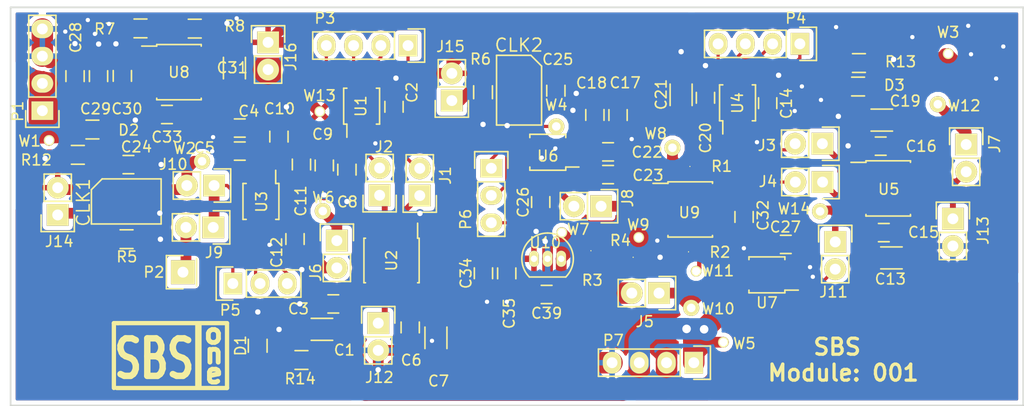
<source format=kicad_pcb>
(kicad_pcb (version 4) (host pcbnew 4.0.6)
  (layers (0 F.Cu signal) (31 B.Cu signal) (34 B.Paste user) (35 F.Paste user) (36 B.SilkS user) (37 F.SilkS user) (38 B.Mask user) (39 F.Mask user) (44 Edge.Cuts user))
  (net 0 "")
  (net 1 /GND)
  (net 2 "Net-(C2-Pad1)")
  (net 3 "Net-(C4-Pad1)")
  (net 4 /VDD)
  (net 5 "Net-(C11-Pad2)")
  (net 6 "Net-(C12-Pad1)")
  (net 7 "Net-(C14-Pad1)")
  (net 8 "Net-(C17-Pad1)")
  (net 9 "Net-(C23-Pad2)")
  (net 10 "Net-(C26-Pad1)")
  (net 11 /MCLK_DDS_1)
  (net 12 /MCLK_DDS_2)
  (net 13 "Net-(D1-Pad1)")
  (net 14 "Net-(D2-Pad1)")
  (net 15 "Net-(D3-Pad1)")
  (net 16 /SDO_AD5270_1)
  (net 17 /DIN_AD5270_1)
  (net 18 /SCLK_AD5270_1)
  (net 19 /_SYNC_AD5270_1)
  (net 20 /SDO_AD5270_2)
  (net 21 /DIN_AD5270_2)
  (net 22 /SCLK_AD5270_2)
  (net 23 /_SYNC_AD5270_2)
  (net 24 /SCLK_DDS_1)
  (net 25 /SDATA_DDS_1)
  (net 26 /FSYNK_DDS_1)
  (net 27 /SCLK_DDS_2)
  (net 28 /SDATA_DDS_2)
  (net 29 /FSYNK_DDS_2)
  (net 30 /A_AD5270_1)
  (net 31 /W_AD5270_1)
  (net 32 /WAVE_DDS_1)
  (net 33 /A_AD5270_2)
  (net 34 /W_AD5270_2)
  (net 35 /WAVE_DDS_2)
  (net 36 /MODULATED_WAVE)
  (net 37 "Net-(J1-Pad1)")
  (net 38 "Net-(J2-Pad1)")
  (net 39 "Net-(J3-Pad1)")
  (net 40 "Net-(J4-Pad1)")
  (net 41 "Net-(J5-Pad2)")
  (net 42 "Net-(J7-Pad2)")
  (net 43 "Net-(J10-Pad1)")
  (net 44 "Net-(J11-Pad2)")
  (net 45 /-12V)
  (net 46 /+12V)
  (net 47 /+5V)
  (net 48 /REF_2.5V)
  (net 49 "Net-(CLK1-Pad1)")
  (net 50 "Net-(CLK2-Pad1)")
  (net 51 "Net-(J12-Pad1)")
  (net 52 "Net-(J13-Pad1)")
  (net 53 "Net-(R1-Pad1)")
  (net 54 /MODULATING_WAVE)
  (net 55 /REF_0.25V)
  (net 56 "Net-(C31-Pad1)")
  (net 57 /BASE_WAVE)
  (net 58 /FINAL_WAVE)
  (net 59 "Net-(J9-Pad2)")
  (net 60 "Net-(C31-Pad2)")
  (module Pin_Headers:Pin_Header_Straight_1x02 (layer F.Cu) (at 96.94 83.47 180)
    (fp_text reference J2 (at -0.41 4.52 360) (layer F.SilkS))
    (fp_text value Jumper)
    (pad 1 thru_hole rect (at 0 0 180) (size 2.032 2.032) (drill 1.016) (layers *.Cu *.Mask F.SilkS) (net 38 "Net-(J2-Pad1)"))
    (pad 2 thru_hole oval (at 0 2.54 180) (size 2.032 2.032) (drill 1.016) (layers *.Cu *.Mask F.SilkS) (net 31 /W_AD5270_1))
  )
  (module Housings_SOIC:SOIC-8_3.9x4.9mm_Pitch1.27mm (layer F.Cu) (at 78.23 71.99)
    (fp_text reference U8 (at 0 0.01) (layer F.SilkS))
    (fp_text value ADP3334)
    (pad 1 smd rect (at -2.7 -1.905) (size 1.55 0.6) (layers F.Cu F.Paste F.Mask) (net 1 /GND))
    (pad 2 smd rect (at -2.7 -0.635) (size 1.55 0.6) (layers F.Cu F.Paste F.Mask) (net 1 /GND))
    (pad 3 smd rect (at -2.7 0.635) (size 1.55 0.6) (layers F.Cu F.Paste F.Mask) (net 47 /+5V))
    (pad 4 smd rect (at -2.7 1.905) (size 1.55 0.6) (layers F.Cu F.Paste F.Mask) (net 47 /+5V))
    (pad 5 smd rect (at 2.7 1.905) (size 1.55 0.6) (layers F.Cu F.Paste F.Mask) (net 56 "Net-(C31-Pad1)"))
    (pad 6 smd rect (at 2.7 0.635) (size 1.55 0.6) (layers F.Cu F.Paste F.Mask) (net 56 "Net-(C31-Pad1)"))
    (pad 7 smd rect (at 2.7 -0.635) (size 1.55 0.6) (layers F.Cu F.Paste F.Mask) (net 60 "Net-(C31-Pad2)"))
    (pad 8 smd rect (at 2.7 -1.905) (size 1.55 0.6) (layers F.Cu F.Paste F.Mask))
  )
  (module Capacitors_SMD:C_0805_HandSoldering (layer F.Cu) (at 130.92 85.49 90)
    (fp_text reference C32 (at 0.15 1.77 270) (layer F.SilkS))
    (fp_text value 0.1uF)
    (pad 1 smd rect (at -1.25 0 90) (size 1.5 1.25) (layers F.Cu F.Paste F.Mask) (net 1 /GND))
    (pad 2 smd rect (at 1.25 0 90) (size 1.5 1.25) (layers F.Cu F.Paste F.Mask) (net 4 /VDD))
  )
  (module Foot_Prints_PCB_OSCILLATOR:KC5032A_Foot_Print (layer F.Cu) (at 73.31456 84.04352)
    (fp_text reference CLK1 (at -4.00456 0.09648 90) (layer F.SilkS) (effects (font (size 1.2 1.2))))
    (fp_text value KC5032A)
    (pad 4 smd rect (at -1.25 -1.1) (size 1.6 1.4) (layers F.Cu F.Paste F.Mask) (net 4 /VDD))
    (pad 1 smd rect (at -1.25 1.1) (size 1.6 1.4) (layers F.Cu F.Paste F.Mask) (net 49 "Net-(CLK1-Pad1)"))
    (pad 3 smd rect (at 1.25 -1.1) (size 1.6 1.4) (layers F.Cu F.Paste F.Mask) (net 11 /MCLK_DDS_1))
    (pad 2 smd rect (at 1.25 1.1) (size 1.6 1.4) (layers F.Cu F.Paste F.Mask) (net 1 /GND))
  )
  (module Foot_Prints_PCB_OSCILLATOR:KC5032A_Foot_Print (layer F.Cu) (at 109.94 73.67 270)
    (fp_text reference CLK2 (at -4.2 0.02 360) (layer F.SilkS) (effects (font (size 1.2 1.2))))
    (fp_text value KC5032A)
    (pad 4 smd rect (at -1.25 -1.1 270) (size 1.6 1.4) (layers F.Cu F.Paste F.Mask) (net 4 /VDD))
    (pad 1 smd rect (at -1.25 1.1 270) (size 1.6 1.4) (layers F.Cu F.Paste F.Mask) (net 50 "Net-(CLK2-Pad1)"))
    (pad 3 smd rect (at 1.25 -1.1 270) (size 1.6 1.4) (layers F.Cu F.Paste F.Mask) (net 12 /MCLK_DDS_2))
    (pad 2 smd rect (at 1.25 1.1 270) (size 1.6 1.4) (layers F.Cu F.Paste F.Mask) (net 1 /GND))
  )
  (module Resistors_SMD:R_0805_HandSoldering (layer F.Cu) (at 85.57 97.5 90)
    (fp_text reference D1 (at 0.01 -1.6 90) (layer F.SilkS))
    (fp_text value Led_0805)
    (pad 1 smd rect (at -1.35 0 90) (size 1.5 1.3) (layers F.Cu F.Paste F.Mask) (net 13 "Net-(D1-Pad1)"))
    (pad 2 smd rect (at 1.35 0 90) (size 1.5 1.3) (layers F.Cu F.Paste F.Mask) (net 1 /GND))
  )
  (module Resistors_SMD:R_0805_HandSoldering (layer F.Cu) (at 70.16 77.34 180)
    (fp_text reference D2 (at -3.38 -0.05 180) (layer F.SilkS))
    (fp_text value Led_0805)
    (pad 1 smd rect (at -1.35 0 180) (size 1.5 1.3) (layers F.Cu F.Paste F.Mask) (net 14 "Net-(D2-Pad1)"))
    (pad 2 smd rect (at 1.35 0 180) (size 1.5 1.3) (layers F.Cu F.Paste F.Mask) (net 47 /+5V))
  )
  (module Resistors_SMD:R_0805_HandSoldering (layer F.Cu) (at 141.55 73.33)
    (fp_text reference D3 (at 3.38 -0.13) (layer F.SilkS))
    (fp_text value Led_0805)
    (pad 1 smd rect (at -1.35 0) (size 1.5 1.3) (layers F.Cu F.Paste F.Mask) (net 15 "Net-(D3-Pad1)"))
    (pad 2 smd rect (at 1.35 0) (size 1.5 1.3) (layers F.Cu F.Paste F.Mask) (net 46 /+12V))
  )
  (module Resistors_SMD:R_0805_HandSoldering (layer F.Cu) (at 68.8 79.7)
    (fp_text reference R12 (at -3.88 0.48) (layer F.SilkS))
    (fp_text value 1K)
    (pad 1 smd rect (at -1.35 0) (size 1.5 1.3) (layers F.Cu F.Paste F.Mask) (net 1 /GND))
    (pad 2 smd rect (at 1.35 0) (size 1.5 1.3) (layers F.Cu F.Paste F.Mask) (net 14 "Net-(D2-Pad1)"))
  )
  (module Resistors_SMD:R_0805_HandSoldering (layer F.Cu) (at 141.63 71.14 180)
    (fp_text reference R13 (at -3.88 0.12 180) (layer F.SilkS))
    (fp_text value 1K)
    (pad 1 smd rect (at -1.35 0 180) (size 1.5 1.3) (layers F.Cu F.Paste F.Mask) (net 1 /GND))
    (pad 2 smd rect (at 1.35 0 180) (size 1.5 1.3) (layers F.Cu F.Paste F.Mask) (net 15 "Net-(D3-Pad1)"))
  )
  (module Resistors_SMD:R_0805_HandSoldering (layer F.Cu) (at 89.65 98.83 180)
    (fp_text reference R14 (at 0.12 -1.75 180) (layer F.SilkS))
    (fp_text value 1K)
    (pad 1 smd rect (at -1.35 0 180) (size 1.5 1.3) (layers F.Cu F.Paste F.Mask) (net 45 /-12V))
    (pad 2 smd rect (at 1.35 0 180) (size 1.5 1.3) (layers F.Cu F.Paste F.Mask) (net 13 "Net-(D1-Pad1)"))
  )
  (module Housings_SOIC:SOIC-8_3.9x4.9mm_Pitch1.27mm (layer F.Cu) (at 98.05 89.55 270)
    (fp_text reference U2 (at 0 0 270) (layer F.SilkS))
    (fp_text value AD8421)
    (pad 1 smd rect (at -2.7 -1.905 270) (size 1.55 0.6) (layers F.Cu F.Paste F.Mask) (net 1 /GND))
    (pad 2 smd rect (at -2.7 -0.635 270) (size 1.55 0.6) (layers F.Cu F.Paste F.Mask) (net 37 "Net-(J1-Pad1)"))
    (pad 3 smd rect (at -2.7 0.635 270) (size 1.55 0.6) (layers F.Cu F.Paste F.Mask) (net 38 "Net-(J2-Pad1)"))
    (pad 4 smd rect (at -2.7 1.905 270) (size 1.55 0.6) (layers F.Cu F.Paste F.Mask) (net 32 /WAVE_DDS_1))
    (pad 5 smd rect (at 2.7 1.905 270) (size 1.55 0.6) (layers F.Cu F.Paste F.Mask) (net 45 /-12V))
    (pad 6 smd rect (at 2.7 0.635 270) (size 1.55 0.6) (layers F.Cu F.Paste F.Mask) (net 51 "Net-(J12-Pad1)"))
    (pad 7 smd rect (at 2.7 -0.635 270) (size 1.55 0.6) (layers F.Cu F.Paste F.Mask) (net 41 "Net-(J5-Pad2)"))
    (pad 8 smd rect (at 2.7 -1.905 270) (size 1.55 0.6) (layers F.Cu F.Paste F.Mask) (net 46 /+12V))
  )
  (module Housings_SOIC:SOIC-8_3.9x4.9mm_Pitch1.27mm (layer F.Cu) (at 144.36 82.83)
    (fp_text reference U5 (at 0.05 0.08) (layer F.SilkS))
    (fp_text value AD8421)
    (pad 1 smd rect (at -2.7 -1.905) (size 1.55 0.6) (layers F.Cu F.Paste F.Mask) (net 1 /GND))
    (pad 2 smd rect (at -2.7 -0.635) (size 1.55 0.6) (layers F.Cu F.Paste F.Mask) (net 39 "Net-(J3-Pad1)"))
    (pad 3 smd rect (at -2.7 0.635) (size 1.55 0.6) (layers F.Cu F.Paste F.Mask) (net 40 "Net-(J4-Pad1)"))
    (pad 4 smd rect (at -2.7 1.905) (size 1.55 0.6) (layers F.Cu F.Paste F.Mask) (net 36 /MODULATED_WAVE))
    (pad 5 smd rect (at 2.7 1.905) (size 1.55 0.6) (layers F.Cu F.Paste F.Mask) (net 45 /-12V))
    (pad 6 smd rect (at 2.7 0.635) (size 1.55 0.6) (layers F.Cu F.Paste F.Mask) (net 52 "Net-(J13-Pad1)"))
    (pad 7 smd rect (at 2.7 -0.635) (size 1.55 0.6) (layers F.Cu F.Paste F.Mask) (net 42 "Net-(J7-Pad2)"))
    (pad 8 smd rect (at 2.7 -1.905) (size 1.55 0.6) (layers F.Cu F.Paste F.Mask) (net 46 /+12V))
  )
  (module Housings_SSOP:MSOP-8_3x3mm_Pitch0.65mm (layer F.Cu) (at 133.05 90.89 180)
    (fp_text reference U7 (at 0 -2.6 180) (layer F.SilkS))
    (fp_text value ADG819)
    (pad 1 smd rect (at -2.2 -0.975 180) (size 1.45 0.45) (layers F.Cu F.Paste F.Mask) (net 44 "Net-(J11-Pad2)"))
    (pad 2 smd rect (at -2.2 -0.325 180) (size 1.45 0.45) (layers F.Cu F.Paste F.Mask) (net 1 /GND))
    (pad 3 smd rect (at -2.2 0.325 180) (size 1.45 0.45) (layers F.Cu F.Paste F.Mask) (net 1 /GND))
    (pad 4 smd rect (at -2.2 0.975 180) (size 1.45 0.45) (layers F.Cu F.Paste F.Mask) (net 4 /VDD))
    (pad 5 smd rect (at 2.2 0.975 180) (size 1.45 0.45) (layers F.Cu F.Paste F.Mask))
    (pad 6 smd rect (at 2.2 0.325 180) (size 1.45 0.45) (layers F.Cu F.Paste F.Mask) (net 54 /MODULATING_WAVE))
    (pad 7 smd rect (at 2.2 -0.325 180) (size 1.45 0.45) (layers F.Cu F.Paste F.Mask))
    (pad 8 smd rect (at 2.2 -0.975 180) (size 1.45 0.45) (layers F.Cu F.Paste F.Mask) (net 57 /BASE_WAVE))
  )
  (module Measurement_Points:Measurement_Point_Round-TH_Small (layer F.Cu) (at 80.38 80.3)
    (fp_text reference W2 (at -1.62 -1.2) (layer F.SilkS))
    (fp_text value TEST_1)
    (pad 1 thru_hole circle (at 0 0) (size 1.5 1.5) (drill 0.8) (layers *.Cu *.Mask F.SilkS) (net 11 /MCLK_DDS_1))
  )
  (module Measurement_Points:Measurement_Point_Round-TH_Small (layer F.Cu) (at 113.41 77.05)
    (fp_text reference W4 (at 0 -2) (layer F.SilkS))
    (fp_text value TEST_2)
    (pad 1 thru_hole circle (at 0 0) (size 1.5 1.5) (drill 0.8) (layers *.Cu *.Mask F.SilkS) (net 12 /MCLK_DDS_2))
  )
  (module Measurement_Points:Measurement_Point_Round-TH_Small (layer F.Cu) (at 91.64 84.94)
    (fp_text reference W6 (at 0.06 -1.26) (layer F.SilkS))
    (fp_text value TEST_3)
    (pad 1 thru_hole circle (at 0 0) (size 1.5 1.5) (drill 0.8) (layers *.Cu *.Mask F.SilkS) (net 32 /WAVE_DDS_1))
  )
  (module Measurement_Points:Measurement_Point_Round-TH_Small (layer F.Cu) (at 124.24 79.04)
    (fp_text reference W8 (at -1.56 -1.32) (layer F.SilkS))
    (fp_text value TEST_4)
    (pad 1 thru_hole circle (at 0 0) (size 1.5 1.5) (drill 0.8) (layers *.Cu *.Mask F.SilkS) (net 35 /WAVE_DDS_2))
  )
  (module Measurement_Points:Measurement_Point_Round-TH_Small (layer F.Cu) (at 125.99 93.97)
    (fp_text reference W10 (at 2.53 0.08 180) (layer F.SilkS))
    (fp_text value TEST_5)
    (pad 1 thru_hole circle (at 0 0) (size 1.5 1.5) (drill 0.8) (layers *.Cu *.Mask F.SilkS) (net 57 /BASE_WAVE))
  )
  (module Measurement_Points:Measurement_Point_Round-TH_Small (layer F.Cu) (at 148.99 74.98)
    (fp_text reference W12 (at 2.45 0.14) (layer F.SilkS))
    (fp_text value TEST_6)
    (pad 1 thru_hole circle (at 0 0) (size 1.5 1.5) (drill 0.8) (layers *.Cu *.Mask F.SilkS) (net 58 /FINAL_WAVE))
  )
  (module Measurement_Points:Measurement_Point_Round-TH_Small (layer F.Cu) (at 138.01 84.97)
    (fp_text reference W14 (at -2.43 -0.24) (layer F.SilkS))
    (fp_text value TEST_7)
    (pad 1 thru_hole circle (at 0 0) (size 1.5 1.5) (drill 0.8) (layers *.Cu *.Mask F.SilkS) (net 36 /MODULATED_WAVE))
  )
  (module Housings_SSOP:MSOP-10_3x3mm_Pitch0.5mm (layer F.Cu) (at 95.26 75.16 90)
    (fp_text reference U1 (at 0 -0.07 90) (layer F.SilkS))
    (fp_text value AD5270)
    (pad 1 smd rect (at -2.2 -1 90) (size 1.4 0.3) (layers F.Cu F.Paste F.Mask) (net 4 /VDD))
    (pad 2 smd rect (at -2.2 -0.5 90) (size 1.4 0.3) (layers F.Cu F.Paste F.Mask) (net 31 /W_AD5270_1))
    (pad 3 smd rect (at -2.2 0 90) (size 1.4 0.3) (layers F.Cu F.Paste F.Mask) (net 30 /A_AD5270_1))
    (pad 4 smd rect (at -2.2 0.5 90) (size 1.4 0.3) (layers F.Cu F.Paste F.Mask) (net 1 /GND))
    (pad 5 smd rect (at -2.2 1 90) (size 1.4 0.3) (layers F.Cu F.Paste F.Mask) (net 2 "Net-(C2-Pad1)"))
    (pad 6 smd rect (at 2.2 1 90) (size 1.4 0.3) (layers F.Cu F.Paste F.Mask) (net 1 /GND))
    (pad 7 smd rect (at 2.2 0.5 90) (size 1.4 0.3) (layers F.Cu F.Paste F.Mask) (net 16 /SDO_AD5270_1))
    (pad 8 smd rect (at 2.2 0 90) (size 1.4 0.3) (layers F.Cu F.Paste F.Mask) (net 17 /DIN_AD5270_1))
    (pad 9 smd rect (at 2.2 -0.5 90) (size 1.4 0.3) (layers F.Cu F.Paste F.Mask) (net 18 /SCLK_AD5270_1))
    (pad 10 smd rect (at 2.2 -1 90) (size 1.4 0.3) (layers F.Cu F.Paste F.Mask) (net 19 /_SYNC_AD5270_1))
  )
  (module Housings_SSOP:MSOP-10_3x3mm_Pitch0.5mm (layer F.Cu) (at 85.87232 84.04352 270)
    (fp_text reference U3 (at 0.03648 -0.05768 450) (layer F.SilkS))
    (fp_text value AD9833)
    (pad 1 smd rect (at -2.2 -1 270) (size 1.4 0.3) (layers F.Cu F.Paste F.Mask) (net 5 "Net-(C11-Pad2)"))
    (pad 2 smd rect (at -2.2 -0.5 270) (size 1.4 0.3) (layers F.Cu F.Paste F.Mask) (net 4 /VDD))
    (pad 3 smd rect (at -2.2 0 270) (size 1.4 0.3) (layers F.Cu F.Paste F.Mask) (net 3 "Net-(C4-Pad1)"))
    (pad 4 smd rect (at -2.2 0.5 270) (size 1.4 0.3) (layers F.Cu F.Paste F.Mask) (net 1 /GND))
    (pad 5 smd rect (at -2.2 1 270) (size 1.4 0.3) (layers F.Cu F.Paste F.Mask) (net 43 "Net-(J10-Pad1)"))
    (pad 6 smd rect (at 2.2 1 270) (size 1.4 0.3) (layers F.Cu F.Paste F.Mask) (net 25 /SDATA_DDS_1))
    (pad 7 smd rect (at 2.2 0.5 270) (size 1.4 0.3) (layers F.Cu F.Paste F.Mask) (net 24 /SCLK_DDS_1))
    (pad 8 smd rect (at 2.2 0 270) (size 1.4 0.3) (layers F.Cu F.Paste F.Mask) (net 26 /FSYNK_DDS_1))
    (pad 9 smd rect (at 2.2 -0.5 270) (size 1.4 0.3) (layers F.Cu F.Paste F.Mask) (net 1 /GND))
    (pad 10 smd rect (at 2.2 -1 270) (size 1.4 0.3) (layers F.Cu F.Paste F.Mask) (net 6 "Net-(C12-Pad1)"))
  )
  (module Housings_SSOP:MSOP-10_3x3mm_Pitch0.5mm (layer F.Cu) (at 130.31 74.85 90)
    (fp_text reference U4 (at -0.01 0 90) (layer F.SilkS))
    (fp_text value AD5270)
    (pad 1 smd rect (at -2.2 -1 90) (size 1.4 0.3) (layers F.Cu F.Paste F.Mask) (net 4 /VDD))
    (pad 2 smd rect (at -2.2 -0.5 90) (size 1.4 0.3) (layers F.Cu F.Paste F.Mask) (net 34 /W_AD5270_2))
    (pad 3 smd rect (at -2.2 0 90) (size 1.4 0.3) (layers F.Cu F.Paste F.Mask) (net 33 /A_AD5270_2))
    (pad 4 smd rect (at -2.2 0.5 90) (size 1.4 0.3) (layers F.Cu F.Paste F.Mask) (net 1 /GND))
    (pad 5 smd rect (at -2.2 1 90) (size 1.4 0.3) (layers F.Cu F.Paste F.Mask) (net 7 "Net-(C14-Pad1)"))
    (pad 6 smd rect (at 2.2 1 90) (size 1.4 0.3) (layers F.Cu F.Paste F.Mask) (net 1 /GND))
    (pad 7 smd rect (at 2.2 0.5 90) (size 1.4 0.3) (layers F.Cu F.Paste F.Mask) (net 20 /SDO_AD5270_2))
    (pad 8 smd rect (at 2.2 0 90) (size 1.4 0.3) (layers F.Cu F.Paste F.Mask) (net 21 /DIN_AD5270_2))
    (pad 9 smd rect (at 2.2 -0.5 90) (size 1.4 0.3) (layers F.Cu F.Paste F.Mask) (net 22 /SCLK_AD5270_2))
    (pad 10 smd rect (at 2.2 -1 90) (size 1.4 0.3) (layers F.Cu F.Paste F.Mask) (net 23 /_SYNC_AD5270_2))
  )
  (module Housings_SSOP:MSOP-10_3x3mm_Pitch0.5mm (layer F.Cu) (at 112.62 79.46 180)
    (fp_text reference U6 (at 0 -0.35 180) (layer F.SilkS))
    (fp_text value AD9833)
    (pad 1 smd rect (at -2.2 -1 180) (size 1.4 0.3) (layers F.Cu F.Paste F.Mask) (net 9 "Net-(C23-Pad2)"))
    (pad 2 smd rect (at -2.2 -0.5 180) (size 1.4 0.3) (layers F.Cu F.Paste F.Mask) (net 4 /VDD))
    (pad 3 smd rect (at -2.2 0 180) (size 1.4 0.3) (layers F.Cu F.Paste F.Mask) (net 8 "Net-(C17-Pad1)"))
    (pad 4 smd rect (at -2.2 0.5 180) (size 1.4 0.3) (layers F.Cu F.Paste F.Mask) (net 1 /GND))
    (pad 5 smd rect (at -2.2 1 180) (size 1.4 0.3) (layers F.Cu F.Paste F.Mask) (net 12 /MCLK_DDS_2))
    (pad 6 smd rect (at 2.2 1 180) (size 1.4 0.3) (layers F.Cu F.Paste F.Mask) (net 28 /SDATA_DDS_2))
    (pad 7 smd rect (at 2.2 0.5 180) (size 1.4 0.3) (layers F.Cu F.Paste F.Mask) (net 27 /SCLK_DDS_2))
    (pad 8 smd rect (at 2.2 0 180) (size 1.4 0.3) (layers F.Cu F.Paste F.Mask) (net 29 /FSYNK_DDS_2))
    (pad 9 smd rect (at 2.2 -0.5 180) (size 1.4 0.3) (layers F.Cu F.Paste F.Mask) (net 1 /GND))
    (pad 10 smd rect (at 2.2 -1 180) (size 1.4 0.3) (layers F.Cu F.Paste F.Mask) (net 10 "Net-(C26-Pad1)"))
  )
  (module Resistors_SMD:R_0805_HandSoldering (layer F.Cu) (at 125.87 80.78 180)
    (fp_text reference R1 (at -2.96 0.01 360) (layer F.SilkS))
    (fp_text value 1K)
    (pad 1 smd rect (at -1 0 180) (size 1 1) (layers F.Cu F.Paste F.Mask) (net 53 "Net-(R1-Pad1)"))
    (pad 2 smd rect (at 1 0 180) (size 1 1) (layers F.Cu F.Paste F.Mask) (net 35 /WAVE_DDS_2))
  )
  (module Resistors_SMD:R_0805_HandSoldering (layer F.Cu) (at 125.74 88.74 180)
    (fp_text reference R2 (at -2.93 -0.04 360) (layer F.SilkS))
    (fp_text value 100K)
    (pad 1 smd rect (at -1 0 180) (size 1 1) (layers F.Cu F.Paste F.Mask) (net 54 /MODULATING_WAVE))
    (pad 2 smd rect (at 1 0 180) (size 1 1) (layers F.Cu F.Paste F.Mask) (net 53 "Net-(R1-Pad1)"))
  )
  (module Resistors_SMD:R_0805_HandSoldering (layer F.Cu) (at 116.64 88.64 270)
    (fp_text reference R3 (at 2.75 -0.13 360) (layer F.SilkS))
    (fp_text value 1K)
    (pad 1 smd rect (at -1 0 270) (size 1 1) (layers F.Cu F.Paste F.Mask) (net 48 /REF_2.5V))
    (pad 2 smd rect (at 1 0 270) (size 1 1) (layers F.Cu F.Paste F.Mask) (net 55 /REF_0.25V))
  )
  (module Housings_SOIC:SOIC-8_3.9x4.9mm_Pitch1.27mm (layer F.Cu) (at 125.9 84.79)
    (fp_text reference U9 (at -0.08 0.29) (layer F.SilkS))
    (fp_text value AD8651)
    (pad 1 smd rect (at -2.7 -1.905) (size 1.55 0.6) (layers F.Cu F.Paste F.Mask))
    (pad 2 smd rect (at -2.7 -0.635) (size 1.55 0.6) (layers F.Cu F.Paste F.Mask) (net 53 "Net-(R1-Pad1)"))
    (pad 3 smd rect (at -2.7 0.635) (size 1.55 0.6) (layers F.Cu F.Paste F.Mask) (net 55 /REF_0.25V))
    (pad 4 smd rect (at -2.7 1.905) (size 1.55 0.6) (layers F.Cu F.Paste F.Mask) (net 1 /GND))
    (pad 5 smd rect (at 2.7 1.905) (size 1.55 0.6) (layers F.Cu F.Paste F.Mask))
    (pad 6 smd rect (at 2.7 0.635) (size 1.55 0.6) (layers F.Cu F.Paste F.Mask) (net 54 /MODULATING_WAVE))
    (pad 7 smd rect (at 2.7 -0.635) (size 1.55 0.6) (layers F.Cu F.Paste F.Mask) (net 4 /VDD))
    (pad 8 smd rect (at 2.7 -1.905) (size 1.55 0.6) (layers F.Cu F.Paste F.Mask))
  )
  (module TO_SOT_Packages_THT:TO-92_Inline_Narrow_Oval (layer F.Cu) (at 111.33 89.39)
    (fp_text reference U10 (at 1.05 -1.5) (layer F.SilkS))
    (fp_text value ADR291)
    (pad 2 thru_hole oval (at 1.27 0 180) (size 0.89916 1.50114) (drill 0.6) (layers *.Cu *.Mask F.SilkS) (net 1 /GND))
    (pad 3 thru_hole oval (at 2.54 0 180) (size 0.89916 1.50114) (drill 0.6) (layers *.Cu *.Mask F.SilkS) (net 48 /REF_2.5V))
    (pad 1 thru_hole oval (at 0 0 180) (size 0.89916 1.50114) (drill 0.6) (layers *.Cu *.Mask F.SilkS) (net 4 /VDD))
  )
  (module Resistors_SMD:R_0805_HandSoldering (layer F.Cu) (at 120.58 89.25)
    (fp_text reference R4 (at -1.19 -1.57) (layer F.SilkS))
    (fp_text value 10K)
    (pad 1 smd rect (at -1 0) (size 1 1) (layers F.Cu F.Paste F.Mask) (net 55 /REF_0.25V))
    (pad 2 smd rect (at 1 0) (size 1 1) (layers F.Cu F.Paste F.Mask) (net 1 /GND))
  )
  (module Measurement_Points:Measurement_Point_Round-TH_Small (layer F.Cu) (at 66.12 78.35)
    (fp_text reference W1 (at -1.82 0.06) (layer F.SilkS))
    (fp_text value TEST_8)
    (pad 1 thru_hole circle (at 0 0) (size 1 1) (drill 0.762) (layers *.Cu *.Mask F.SilkS) (net 47 /+5V))
  )
  (module Measurement_Points:Measurement_Point_Round-TH_Small (layer F.Cu) (at 149.95 70.27)
    (fp_text reference W3 (at 0 -2) (layer F.SilkS))
    (fp_text value TEST_9)
    (pad 1 thru_hole circle (at 0 0) (size 1 1) (drill 0.762) (layers *.Cu *.Mask F.SilkS) (net 46 /+12V))
  )
  (module Measurement_Points:Measurement_Point_Round-TH_Small (layer F.Cu) (at 128.99 97.17)
    (fp_text reference W5 (at 1.96 0.12) (layer F.SilkS))
    (fp_text value TEST_10)
    (pad 1 thru_hole circle (at 0 0) (size 1 1) (drill 0.762) (layers *.Cu *.Mask F.SilkS) (net 45 /-12V))
  )
  (module Measurement_Points:Measurement_Point_Round-TH_Small (layer F.Cu) (at 113.93 86.94)
    (fp_text reference W7 (at 1.53 -0.29) (layer F.SilkS))
    (fp_text value TEST_11)
    (pad 1 thru_hole circle (at 0 0) (size 1 1) (drill 0.762) (layers *.Cu *.Mask F.SilkS) (net 48 /REF_2.5V))
  )
  (module Measurement_Points:Measurement_Point_Round-TH_Small (layer F.Cu) (at 121.1 87.4)
    (fp_text reference W9 (at -0.04 -1.18) (layer F.SilkS))
    (fp_text value TEST_12)
    (pad 1 thru_hole circle (at 0 0) (size 1 1) (drill 0.762) (layers *.Cu *.Mask F.SilkS) (net 55 /REF_0.25V))
  )
  (module Measurement_Points:Measurement_Point_Round-TH_Small (layer F.Cu) (at 126.45 90.55)
    (fp_text reference W11 (at 2.02 -0.04 180) (layer F.SilkS))
    (fp_text value TEST_13)
    (pad 1 thru_hole circle (at 0 0) (size 1 1) (drill 0.762) (layers *.Cu *.Mask F.SilkS) (net 54 /MODULATING_WAVE))
  )
  (module Measurement_Points:Measurement_Point_Round-TH_Small (layer F.Cu) (at 91.36 75.67)
    (fp_text reference W13 (at -0.02 -1.49) (layer F.SilkS))
    (fp_text value TEST_14)
    (pad 1 thru_hole circle (at 0 0) (size 1 1) (drill 0.762) (layers *.Cu *.Mask F.SilkS) (net 4 /VDD))
  )
  (module Socket_Strips:Socket_Strip_Straight_1x01 (layer F.Cu) (at 78.6003 90.6399)
    (fp_text reference P2 (at -2.7051 0) (layer F.SilkS))
    (fp_text value MCLK_EXTERNAL)
    (pad 1 thru_hole rect (at 0 0) (size 2.2352 2.2352) (drill 1.016) (layers *.Cu *.Mask F.SilkS) (net 59 "Net-(J9-Pad2)"))
  )
  (module Socket_Strips:Socket_Strip_Straight_1x04 (layer F.Cu) (at 99.59 69.51 180)
    (fp_text reference P3 (at 7.75 2.55 180) (layer F.SilkS))
    (fp_text value SPI_AD5270_1)
    (pad 1 thru_hole rect (at 0 0 180) (size 1.7272 2.032) (drill 1.016) (layers *.Cu *.Mask F.SilkS) (net 16 /SDO_AD5270_1))
    (pad 2 thru_hole oval (at 2.54 0 180) (size 1.7272 2.032) (drill 1.016) (layers *.Cu *.Mask F.SilkS) (net 17 /DIN_AD5270_1))
    (pad 3 thru_hole oval (at 5.08 0 180) (size 1.7272 2.032) (drill 1.016) (layers *.Cu *.Mask F.SilkS) (net 18 /SCLK_AD5270_1))
    (pad 4 thru_hole oval (at 7.62 0 180) (size 1.7272 2.032) (drill 1.016) (layers *.Cu *.Mask F.SilkS) (net 19 /_SYNC_AD5270_1))
  )
  (module Socket_Strips:Socket_Strip_Straight_1x04 (layer F.Cu) (at 136.12 69.35 180)
    (fp_text reference P4 (at 0.38 2.39 180) (layer F.SilkS))
    (fp_text value SPI_AD5270_2)
    (pad 1 thru_hole rect (at 0 0 180) (size 1.7272 2.032) (drill 1.016) (layers *.Cu *.Mask F.SilkS) (net 20 /SDO_AD5270_2))
    (pad 2 thru_hole oval (at 2.54 0 180) (size 1.7272 2.032) (drill 1.016) (layers *.Cu *.Mask F.SilkS) (net 21 /DIN_AD5270_2))
    (pad 3 thru_hole oval (at 5.08 0 180) (size 1.7272 2.032) (drill 1.016) (layers *.Cu *.Mask F.SilkS) (net 22 /SCLK_AD5270_2))
    (pad 4 thru_hole oval (at 7.62 0 180) (size 1.7272 2.032) (drill 1.016) (layers *.Cu *.Mask F.SilkS) (net 23 /_SYNC_AD5270_2))
  )
  (module Socket_Strips:Socket_Strip_Straight_1x03 (layer F.Cu) (at 83.25 91.7)
    (fp_text reference P5 (at -0.24 2.48) (layer F.SilkS))
    (fp_text value SPI_AD9833_1)
    (pad 1 thru_hole rect (at 0 0) (size 1.7272 2.032) (drill 1.016) (layers *.Cu *.Mask F.SilkS) (net 25 /SDATA_DDS_1))
    (pad 2 thru_hole oval (at 2.54 0) (size 1.7272 2.032) (drill 1.016) (layers *.Cu *.Mask F.SilkS) (net 24 /SCLK_DDS_1))
    (pad 3 thru_hole oval (at 5.08 0) (size 1.7272 2.032) (drill 1.016) (layers *.Cu *.Mask F.SilkS) (net 26 /FSYNK_DDS_1))
  )
  (module Socket_Strips:Socket_Strip_Straight_1x03 (layer F.Cu) (at 107.35 80.95 270)
    (fp_text reference P6 (at 4.76 2.39 270) (layer F.SilkS))
    (fp_text value SPI_AD9833_2)
    (pad 1 thru_hole rect (at 0 0 270) (size 1.7272 2.032) (drill 1.016) (layers *.Cu *.Mask F.SilkS) (net 28 /SDATA_DDS_2))
    (pad 2 thru_hole oval (at 2.54 0 270) (size 1.7272 2.032) (drill 1.016) (layers *.Cu *.Mask F.SilkS) (net 27 /SCLK_DDS_2))
    (pad 3 thru_hole oval (at 5.08 0 270) (size 1.7272 2.032) (drill 1.016) (layers *.Cu *.Mask F.SilkS) (net 29 /FSYNK_DDS_2))
  )
  (module Resistors_SMD:R_0805_HandSoldering (layer F.Cu) (at 73.3425 87.56396 180)
    (fp_text reference R5 (at -0.0275 -1.64604 180) (layer F.SilkS))
    (fp_text value 10K)
    (pad 1 smd rect (at -1.35 0 180) (size 1.5 1.3) (layers F.Cu F.Paste F.Mask) (net 1 /GND))
    (pad 2 smd rect (at 1.35 0 180) (size 1.5 1.3) (layers F.Cu F.Paste F.Mask) (net 49 "Net-(CLK1-Pad1)"))
  )
  (module Resistors_SMD:R_0805_HandSoldering (layer F.Cu) (at 106.58 73.86 90)
    (fp_text reference R6 (at 3.09 -0.23 180) (layer F.SilkS))
    (fp_text value 10K)
    (pad 1 smd rect (at -1.35 0 90) (size 1.5 1.3) (layers F.Cu F.Paste F.Mask) (net 1 /GND))
    (pad 2 smd rect (at 1.35 0 90) (size 1.5 1.3) (layers F.Cu F.Paste F.Mask) (net 50 "Net-(CLK2-Pad1)"))
  )
  (module Capacitors_SMD:C_0805_HandSoldering (layer F.Cu) (at 98.28 75.22 90)
    (fp_text reference C2 (at 1.34 1.67 90) (layer F.SilkS))
    (fp_text value 1uF)
    (pad 1 smd rect (at -1.25 0 90) (size 1.5 1.25) (layers F.Cu F.Paste F.Mask) (net 2 "Net-(C2-Pad1)"))
    (pad 2 smd rect (at 1.25 0 90) (size 1.5 1.25) (layers F.Cu F.Paste F.Mask) (net 1 /GND))
  )
  (module Capacitors_SMD:C_0805_HandSoldering (layer F.Cu) (at 92.62 93.6 180)
    (fp_text reference C3 (at 3.25 -0.46 180) (layer F.SilkS))
    (fp_text value 0.1uF)
    (pad 1 smd rect (at -1.25 0 180) (size 1.5 1.25) (layers F.Cu F.Paste F.Mask) (net 45 /-12V))
    (pad 2 smd rect (at 1.25 0 180) (size 1.5 1.25) (layers F.Cu F.Paste F.Mask) (net 1 /GND))
  )
  (module Capacitors_SMD:C_0805_HandSoldering (layer F.Cu) (at 83.9 79.35 180)
    (fp_text reference C5 (at 3.29 0.31 180) (layer F.SilkS))
    (fp_text value 0.1uF)
    (pad 1 smd rect (at -1.25 0 180) (size 1.5 1.25) (layers F.Cu F.Paste F.Mask) (net 3 "Net-(C4-Pad1)"))
    (pad 2 smd rect (at 1.25 0 180) (size 1.5 1.25) (layers F.Cu F.Paste F.Mask) (net 1 /GND))
  )
  (module Capacitors_SMD:C_0805_HandSoldering (layer F.Cu) (at 99.79 95.79 90)
    (fp_text reference C6 (at -3.05 0.1 180) (layer F.SilkS))
    (fp_text value 0.1uF)
    (pad 1 smd rect (at -1.25 0 90) (size 1.5 1.25) (layers F.Cu F.Paste F.Mask) (net 1 /GND))
    (pad 2 smd rect (at 1.25 0 90) (size 1.5 1.25) (layers F.Cu F.Paste F.Mask) (net 46 /+12V))
  )
  (module Capacitors_SMD:C_0805_HandSoldering (layer F.Cu) (at 93.89 81.08 270)
    (fp_text reference C8 (at 3.01 -0.04 360) (layer F.SilkS))
    (fp_text value 0.1uF)
    (pad 1 smd rect (at -1.25 0 270) (size 1.5 1.25) (layers F.Cu F.Paste F.Mask) (net 4 /VDD))
    (pad 2 smd rect (at 1.25 0 270) (size 1.5 1.25) (layers F.Cu F.Paste F.Mask) (net 1 /GND))
  )
  (module Capacitors_SMD:C_0805_HandSoldering (layer F.Cu) (at 91.78 80.69 270)
    (fp_text reference C9 (at -2.91 0.16 360) (layer F.SilkS))
    (fp_text value 10uF)
    (pad 1 smd rect (at -1.25 0 270) (size 1.5 1.25) (layers F.Cu F.Paste F.Mask) (net 4 /VDD))
    (pad 2 smd rect (at 1.25 0 270) (size 1.5 1.25) (layers F.Cu F.Paste F.Mask) (net 1 /GND))
  )
  (module Capacitors_SMD:C_0805_HandSoldering (layer F.Cu) (at 87.55 78 90)
    (fp_text reference C10 (at 2.6 0.05 180) (layer F.SilkS))
    (fp_text value 0.1uF)
    (pad 1 smd rect (at -1.25 0 90) (size 1.5 1.25) (layers F.Cu F.Paste F.Mask) (net 4 /VDD))
    (pad 2 smd rect (at 1.25 0 90) (size 1.5 1.25) (layers F.Cu F.Paste F.Mask) (net 1 /GND))
  )
  (module Capacitors_SMD:C_0805_HandSoldering (layer F.Cu) (at 89.65 80.6 270)
    (fp_text reference C11 (at 3.4 0.06 450) (layer F.SilkS))
    (fp_text value 0.01uF)
    (pad 1 smd rect (at -1.25 0 270) (size 1.5 1.25) (layers F.Cu F.Paste F.Mask) (net 4 /VDD))
    (pad 2 smd rect (at 1.25 0 270) (size 1.5 1.25) (layers F.Cu F.Paste F.Mask) (net 5 "Net-(C11-Pad2)"))
  )
  (module Capacitors_SMD:C_0805_HandSoldering (layer F.Cu) (at 89.05 87.55 270)
    (fp_text reference C12 (at 1.25 1.71 450) (layer F.SilkS))
    (fp_text value 20pF)
    (pad 1 smd rect (at -1.25 0 270) (size 1.5 1.25) (layers F.Cu F.Paste F.Mask) (net 6 "Net-(C12-Pad1)"))
    (pad 2 smd rect (at 1.25 0 270) (size 1.5 1.25) (layers F.Cu F.Paste F.Mask) (net 1 /GND))
  )
  (module Capacitors_SMD:C_0805_HandSoldering (layer F.Cu) (at 133.12 74.88 90)
    (fp_text reference C14 (at -0.03 1.75 90) (layer F.SilkS))
    (fp_text value 1uF)
    (pad 1 smd rect (at -1.25 0 90) (size 1.5 1.25) (layers F.Cu F.Paste F.Mask) (net 7 "Net-(C14-Pad1)"))
    (pad 2 smd rect (at 1.25 0 90) (size 1.5 1.25) (layers F.Cu F.Paste F.Mask) (net 1 /GND))
  )
  (module Capacitors_SMD:C_0805_HandSoldering (layer F.Cu) (at 143.95 86.95 180)
    (fp_text reference C15 (at -3.71 0.03 180) (layer F.SilkS))
    (fp_text value 0.1uF)
    (pad 1 smd rect (at -1.25 0 180) (size 1.5 1.25) (layers F.Cu F.Paste F.Mask) (net 45 /-12V))
    (pad 2 smd rect (at 1.25 0 180) (size 1.5 1.25) (layers F.Cu F.Paste F.Mask) (net 1 /GND))
  )
  (module Capacitors_SMD:C_0805_HandSoldering (layer F.Cu) (at 143.66 78.89)
    (fp_text reference C16 (at 3.78 0.01) (layer F.SilkS))
    (fp_text value 0.1uF)
    (pad 1 smd rect (at -1.25 0) (size 1.5 1.25) (layers F.Cu F.Paste F.Mask) (net 1 /GND))
    (pad 2 smd rect (at 1.25 0) (size 1.5 1.25) (layers F.Cu F.Paste F.Mask) (net 46 /+12V))
  )
  (module Capacitors_SMD:C_0805_HandSoldering (layer F.Cu) (at 119.17 75.99 90)
    (fp_text reference C17 (at 3.01 0.66 360) (layer F.SilkS))
    (fp_text value 10uF)
    (pad 1 smd rect (at -1.25 0 90) (size 1.5 1.25) (layers F.Cu F.Paste F.Mask) (net 8 "Net-(C17-Pad1)"))
    (pad 2 smd rect (at 1.25 0 90) (size 1.5 1.25) (layers F.Cu F.Paste F.Mask) (net 1 /GND))
  )
  (module Capacitors_SMD:C_0805_HandSoldering (layer F.Cu) (at 117.01 75.98 90)
    (fp_text reference C18 (at 2.98 -0.31 180) (layer F.SilkS))
    (fp_text value 0.1uF)
    (pad 1 smd rect (at -1.25 0 90) (size 1.5 1.25) (layers F.Cu F.Paste F.Mask) (net 8 "Net-(C17-Pad1)"))
    (pad 2 smd rect (at 1.25 0 90) (size 1.5 1.25) (layers F.Cu F.Paste F.Mask) (net 1 /GND))
  )
  (module Capacitors_SMD:C_0805_HandSoldering (layer F.Cu) (at 127.32 74.38 90)
    (fp_text reference C20 (at -3.74 0 90) (layer F.SilkS))
    (fp_text value 0.1uF)
    (pad 1 smd rect (at -1.25 0 90) (size 1.5 1.25) (layers F.Cu F.Paste F.Mask) (net 4 /VDD))
    (pad 2 smd rect (at 1.25 0 90) (size 1.5 1.25) (layers F.Cu F.Paste F.Mask) (net 1 /GND))
  )
  (module Capacitors_SMD:C_1206_HandSoldering (layer F.Cu) (at 125.05 74.1 90)
    (fp_text reference C21 (at 0.03 -1.86 90) (layer F.SilkS))
    (fp_text value 10uF)
    (pad 1 smd rect (at -2 0 90) (size 2 1.6) (layers F.Cu F.Paste F.Mask) (net 4 /VDD))
    (pad 2 smd rect (at 2 0 90) (size 2 1.6) (layers F.Cu F.Paste F.Mask) (net 1 /GND))
  )
  (module Capacitors_SMD:C_0805_HandSoldering (layer F.Cu) (at 118.24 79.42)
    (fp_text reference C22 (at 3.64 0.03) (layer F.SilkS))
    (fp_text value 0.1uF)
    (pad 1 smd rect (at -1.25 0) (size 1.5 1.25) (layers F.Cu F.Paste F.Mask) (net 4 /VDD))
    (pad 2 smd rect (at 1.25 0) (size 1.5 1.25) (layers F.Cu F.Paste F.Mask) (net 1 /GND))
  )
  (module Capacitors_SMD:C_0805_HandSoldering (layer F.Cu) (at 118.24 81.54 180)
    (fp_text reference C23 (at -3.72 -0.07 180) (layer F.SilkS))
    (fp_text value 0.01uF)
    (pad 1 smd rect (at -1.25 0 180) (size 1.5 1.25) (layers F.Cu F.Paste F.Mask) (net 4 /VDD))
    (pad 2 smd rect (at 1.25 0 180) (size 1.5 1.25) (layers F.Cu F.Paste F.Mask) (net 9 "Net-(C23-Pad2)"))
  )
  (module Capacitors_SMD:C_0805_HandSoldering (layer F.Cu) (at 73.51776 80.60944)
    (fp_text reference C24 (at 0.74224 -1.64944) (layer F.SilkS))
    (fp_text value 0.1uF)
    (pad 1 smd rect (at -1.25 0) (size 1.5 1.25) (layers F.Cu F.Paste F.Mask) (net 4 /VDD))
    (pad 2 smd rect (at 1.25 0) (size 1.5 1.25) (layers F.Cu F.Paste F.Mask) (net 1 /GND))
  )
  (module Capacitors_SMD:C_0805_HandSoldering (layer F.Cu) (at 113.37 73.72 270)
    (fp_text reference C25 (at -2.92 -0.18 360) (layer F.SilkS))
    (fp_text value 0.1uF)
    (pad 1 smd rect (at -1.25 0 270) (size 1.5 1.25) (layers F.Cu F.Paste F.Mask) (net 4 /VDD))
    (pad 2 smd rect (at 1.25 0 270) (size 1.5 1.25) (layers F.Cu F.Paste F.Mask) (net 1 /GND))
  )
  (module Capacitors_SMD:C_0805_HandSoldering (layer F.Cu) (at 111.96 84.1 270)
    (fp_text reference C26 (at 0.02 1.64 270) (layer F.SilkS))
    (fp_text value 20pF)
    (pad 1 smd rect (at -1.25 0 270) (size 1.5 1.25) (layers F.Cu F.Paste F.Mask) (net 10 "Net-(C26-Pad1)"))
    (pad 2 smd rect (at 1.25 0 270) (size 1.5 1.25) (layers F.Cu F.Paste F.Mask) (net 1 /GND))
  )
  (module Capacitors_SMD:C_0805_HandSoldering (layer F.Cu) (at 134.81 88.05)
    (fp_text reference C27 (at -0.04 -1.62) (layer F.SilkS))
    (fp_text value 0.1uF)
    (pad 1 smd rect (at -1.25 0) (size 1.5 1.25) (layers F.Cu F.Paste F.Mask) (net 1 /GND))
    (pad 2 smd rect (at 1.25 0) (size 1.5 1.25) (layers F.Cu F.Paste F.Mask) (net 4 /VDD))
  )
  (module Capacitors_SMD:C_0805_HandSoldering (layer F.Cu) (at 68.54 72.36 90)
    (fp_text reference C28 (at 3.6 0.06 270) (layer F.SilkS))
    (fp_text value 0.1uF)
    (pad 1 smd rect (at -1.25 0 90) (size 1.5 1.25) (layers F.Cu F.Paste F.Mask) (net 47 /+5V))
    (pad 2 smd rect (at 1.25 0 90) (size 1.5 1.25) (layers F.Cu F.Paste F.Mask) (net 1 /GND))
  )
  (module Capacitors_SMD:C_0805_HandSoldering (layer F.Cu) (at 70.73 72.36 90)
    (fp_text reference C29 (at -3.05 -0.28 360) (layer F.SilkS))
    (fp_text value 10uF)
    (pad 1 smd rect (at -1.25 0 90) (size 1.5 1.25) (layers F.Cu F.Paste F.Mask) (net 47 /+5V))
    (pad 2 smd rect (at 1.25 0 90) (size 1.5 1.25) (layers F.Cu F.Paste F.Mask) (net 1 /GND))
  )
  (module Capacitors_SMD:C_0805_HandSoldering (layer F.Cu) (at 106.62 90.74 270)
    (fp_text reference C34 (at 0.01 1.63 270) (layer F.SilkS))
    (fp_text value 10uF)
    (pad 1 smd rect (at -1.25 0 270) (size 1.5 1.25) (layers F.Cu F.Paste F.Mask) (net 4 /VDD))
    (pad 2 smd rect (at 1.25 0 270) (size 1.5 1.25) (layers F.Cu F.Paste F.Mask) (net 1 /GND))
  )
  (module Capacitors_SMD:C_0805_HandSoldering (layer F.Cu) (at 108.79 90.75 270)
    (fp_text reference C35 (at 3.74 -0.23 270) (layer F.SilkS))
    (fp_text value 0.1uF)
    (pad 1 smd rect (at -1.25 0 270) (size 1.5 1.25) (layers F.Cu F.Paste F.Mask) (net 4 /VDD))
    (pad 2 smd rect (at 1.25 0 270) (size 1.5 1.25) (layers F.Cu F.Paste F.Mask) (net 1 /GND))
  )
  (module Capacitors_SMD:C_0805_HandSoldering (layer F.Cu) (at 112.51 92.72 180)
    (fp_text reference C39 (at 0 -1.75 180) (layer F.SilkS))
    (fp_text value 0.1uF)
    (pad 1 smd rect (at -1.25 0 180) (size 1.5 1.25) (layers F.Cu F.Paste F.Mask) (net 48 /REF_2.5V))
    (pad 2 smd rect (at 1.25 0 180) (size 1.5 1.25) (layers F.Cu F.Paste F.Mask) (net 1 /GND))
  )
  (module Pin_Headers:Pin_Header_Straight_1x02 (layer F.Cu) (at 100.68 83.5 180)
    (fp_text reference J1 (at -2.39 1.88 270) (layer F.SilkS))
    (fp_text value Jumper)
    (pad 1 thru_hole rect (at 0 0 180) (size 2.032 2.032) (drill 1.016) (layers *.Cu *.Mask F.SilkS) (net 37 "Net-(J1-Pad1)"))
    (pad 2 thru_hole oval (at 0 2.54 180) (size 2.032 2.032) (drill 1.016) (layers *.Cu *.Mask F.SilkS) (net 30 /A_AD5270_1))
  )
  (module Pin_Headers:Pin_Header_Straight_1x02 (layer F.Cu) (at 138.22 78.66 270)
    (fp_text reference J3 (at 0.16 5.17 360) (layer F.SilkS))
    (fp_text value Jumper)
    (pad 1 thru_hole rect (at 0 0 270) (size 2.032 2.032) (drill 1.016) (layers *.Cu *.Mask F.SilkS) (net 39 "Net-(J3-Pad1)"))
    (pad 2 thru_hole oval (at 0 2.54 270) (size 2.032 2.032) (drill 1.016) (layers *.Cu *.Mask F.SilkS) (net 33 /A_AD5270_2))
  )
  (module Pin_Headers:Pin_Header_Straight_1x02 (layer F.Cu) (at 138.24 82.24 270)
    (fp_text reference J4 (at -0.05 5.1 360) (layer F.SilkS))
    (fp_text value Jumper)
    (pad 1 thru_hole rect (at 0 0 270) (size 2.032 2.032) (drill 1.016) (layers *.Cu *.Mask F.SilkS) (net 40 "Net-(J4-Pad1)"))
    (pad 2 thru_hole oval (at 0 2.54 270) (size 2.032 2.032) (drill 1.016) (layers *.Cu *.Mask F.SilkS) (net 34 /W_AD5270_2))
  )
  (module Pin_Headers:Pin_Header_Straight_1x02 (layer F.Cu) (at 122.99 92.59 270)
    (fp_text reference J5 (at 2.66 1.33 360) (layer F.SilkS))
    (fp_text value Jumper)
    (pad 1 thru_hole rect (at 0 0 270) (size 2.032 2.032) (drill 1.016) (layers *.Cu *.Mask F.SilkS) (net 57 /BASE_WAVE))
    (pad 2 thru_hole oval (at 0 2.54 270) (size 2.032 2.032) (drill 1.016) (layers *.Cu *.Mask F.SilkS) (net 41 "Net-(J5-Pad2)"))
  )
  (module Pin_Headers:Pin_Header_Straight_1x02 (layer F.Cu) (at 92.95 87.7)
    (fp_text reference J6 (at -1.98 2.97 270) (layer F.SilkS))
    (fp_text value Jumper)
    (pad 1 thru_hole rect (at 0 0) (size 2.032 2.032) (drill 1.016) (layers *.Cu *.Mask F.SilkS) (net 32 /WAVE_DDS_1))
    (pad 2 thru_hole oval (at 0 2.54) (size 2.032 2.032) (drill 1.016) (layers *.Cu *.Mask F.SilkS) (net 6 "Net-(C12-Pad1)"))
  )
  (module Pin_Headers:Pin_Header_Straight_1x02 (layer F.Cu) (at 151.63 78.74)
    (fp_text reference J7 (at 2.65 -0.06 90) (layer F.SilkS))
    (fp_text value Jumper)
    (pad 1 thru_hole rect (at 0 0) (size 2.032 2.032) (drill 1.016) (layers *.Cu *.Mask F.SilkS) (net 58 /FINAL_WAVE))
    (pad 2 thru_hole oval (at 0 2.54) (size 2.032 2.032) (drill 1.016) (layers *.Cu *.Mask F.SilkS) (net 42 "Net-(J7-Pad2)"))
  )
  (module Pin_Headers:Pin_Header_Straight_1x02 (layer F.Cu) (at 117.59 84.49 270)
    (fp_text reference J8 (at -0.76 -2.47 270) (layer F.SilkS))
    (fp_text value Jumper)
    (pad 1 thru_hole rect (at 0 0 270) (size 2.032 2.032) (drill 1.016) (layers *.Cu *.Mask F.SilkS) (net 35 /WAVE_DDS_2))
    (pad 2 thru_hole oval (at 0 2.54 270) (size 2.032 2.032) (drill 1.016) (layers *.Cu *.Mask F.SilkS) (net 10 "Net-(C26-Pad1)"))
  )
  (module Pin_Headers:Pin_Header_Straight_1x02 (layer F.Cu) (at 81.42224 86.4616 270)
    (fp_text reference J9 (at 2.3484 -0.07776 540) (layer F.SilkS))
    (fp_text value Jumper)
    (pad 1 thru_hole rect (at 0 0 270) (size 2.032 2.032) (drill 1.016) (layers *.Cu *.Mask F.SilkS) (net 43 "Net-(J10-Pad1)"))
    (pad 2 thru_hole oval (at 0 2.54 270) (size 2.032 2.032) (drill 1.016) (layers *.Cu *.Mask F.SilkS) (net 59 "Net-(J9-Pad2)"))
  )
  (module Pin_Headers:Pin_Header_Straight_1x02 (layer F.Cu) (at 81.50352 82.56016 270)
    (fp_text reference J10 (at -1.98016 3.80352 540) (layer F.SilkS))
    (fp_text value Jumper)
    (pad 1 thru_hole rect (at 0 0 270) (size 2.032 2.032) (drill 1.016) (layers *.Cu *.Mask F.SilkS) (net 43 "Net-(J10-Pad1)"))
    (pad 2 thru_hole oval (at 0 2.54 270) (size 2.032 2.032) (drill 1.016) (layers *.Cu *.Mask F.SilkS) (net 11 /MCLK_DDS_1))
  )
  (module Pin_Headers:Pin_Header_Straight_1x02 (layer F.Cu) (at 139.42 87.82)
    (fp_text reference J11 (at -0.16 4.67 180) (layer F.SilkS))
    (fp_text value Jumper)
    (pad 1 thru_hole rect (at 0 0) (size 2.032 2.032) (drill 1.016) (layers *.Cu *.Mask F.SilkS) (net 36 /MODULATED_WAVE))
    (pad 2 thru_hole oval (at 0 2.54) (size 2.032 2.032) (drill 1.016) (layers *.Cu *.Mask F.SilkS) (net 44 "Net-(J11-Pad2)"))
  )
  (module Pin_Headers:Pin_Header_Straight_1x02 (layer F.Cu) (at 96.81 95.39)
    (fp_text reference J12 (at 0.1 5.06 180) (layer F.SilkS))
    (fp_text value Jumper)
    (pad 1 thru_hole rect (at 0 0) (size 2.032 2.032) (drill 1.016) (layers *.Cu *.Mask F.SilkS) (net 51 "Net-(J12-Pad1)"))
    (pad 2 thru_hole oval (at 0 2.54) (size 2.032 2.032) (drill 1.016) (layers *.Cu *.Mask F.SilkS) (net 1 /GND))
  )
  (module Pin_Headers:Pin_Header_Straight_1x02 (layer F.Cu) (at 150.39 85.66)
    (fp_text reference J13 (at 2.81 1.09 90) (layer F.SilkS))
    (fp_text value Jumper)
    (pad 1 thru_hole rect (at 0 0) (size 2.032 2.032) (drill 1.016) (layers *.Cu *.Mask F.SilkS) (net 52 "Net-(J13-Pad1)"))
    (pad 2 thru_hole oval (at 0 2.54) (size 2.032 2.032) (drill 1.016) (layers *.Cu *.Mask F.SilkS) (net 1 /GND))
  )
  (module Pin_Headers:Pin_Header_Straight_1x02 (layer F.Cu) (at 66.92392 85.30336 180)
    (fp_text reference J14 (at -0.13608 -2.47664 180) (layer F.SilkS))
    (fp_text value Jumper)
    (pad 1 thru_hole rect (at 0 0 180) (size 2.032 2.032) (drill 1.016) (layers *.Cu *.Mask F.SilkS) (net 49 "Net-(CLK1-Pad1)"))
    (pad 2 thru_hole oval (at 0 2.54 180) (size 2.032 2.032) (drill 1.016) (layers *.Cu *.Mask F.SilkS) (net 4 /VDD))
  )
  (module Pin_Headers:Pin_Header_Straight_1x02 (layer F.Cu) (at 103.67 74.64 180)
    (fp_text reference J15 (at 0.12 5.04 180) (layer F.SilkS))
    (fp_text value Jumper)
    (pad 1 thru_hole rect (at 0 0 180) (size 2.032 2.032) (drill 1.016) (layers *.Cu *.Mask F.SilkS) (net 50 "Net-(CLK2-Pad1)"))
    (pad 2 thru_hole oval (at 0 2.54 180) (size 2.032 2.032) (drill 1.016) (layers *.Cu *.Mask F.SilkS) (net 4 /VDD))
  )
  (module Pin_Headers:Pin_Header_Straight_1x02 (layer F.Cu) (at 86.54 69.21)
    (fp_text reference J16 (at 2.11 1.34 270) (layer F.SilkS))
    (fp_text value Jumper)
    (pad 1 thru_hole rect (at 0 0) (size 2.032 2.032) (drill 1.016) (layers *.Cu *.Mask F.SilkS) (net 4 /VDD))
    (pad 2 thru_hole oval (at 0 2.54) (size 2.032 2.032) (drill 1.016) (layers *.Cu *.Mask F.SilkS) (net 56 "Net-(C31-Pad1)"))
  )
  (module Socket_Strips:Socket_Strip_Straight_1x04 (layer F.Cu) (at 65.49 75.58 90)
    (fp_text reference P1 (at -0.06 -2.29 90) (layer F.SilkS))
    (fp_text value CONN_01X04)
    (pad 1 thru_hole rect (at 0 0 90) (size 1.7272 2.032) (drill 1.016) (layers *.Cu *.Mask F.SilkS) (net 47 /+5V))
    (pad 2 thru_hole oval (at 2.54 0 90) (size 1.7272 2.032) (drill 1.016) (layers *.Cu *.Mask F.SilkS) (net 47 /+5V))
    (pad 3 thru_hole oval (at 5.08 0 90) (size 1.7272 2.032) (drill 1.016) (layers *.Cu *.Mask F.SilkS) (net 1 /GND))
    (pad 4 thru_hole oval (at 7.62 0 90) (size 1.7272 2.032) (drill 1.016) (layers *.Cu *.Mask F.SilkS) (net 1 /GND))
  )
  (module Capacitors_SMD:C_0805_HandSoldering (layer F.Cu) (at 72.95 72.34 90)
    (fp_text reference C30 (at -3.07 0.43 180) (layer F.SilkS))
    (fp_text value 1uF)
    (pad 1 smd rect (at -1.25 0 90) (size 1.5 1.25) (layers F.Cu F.Paste F.Mask) (net 47 /+5V))
    (pad 2 smd rect (at 1.25 0 90) (size 1.5 1.25) (layers F.Cu F.Paste F.Mask) (net 1 /GND))
  )
  (module Capacitors_SMD:C_1206_HandSoldering (layer F.Cu) (at 91.56 95.97)
    (fp_text reference C1 (at 2.09 1.93) (layer F.SilkS))
    (fp_text value 10uF)
    (pad 1 smd rect (at -2 0) (size 2 1.6) (layers F.Cu F.Paste F.Mask) (net 1 /GND))
    (pad 2 smd rect (at 2 0) (size 2 1.6) (layers F.Cu F.Paste F.Mask) (net 45 /-12V))
  )
  (module Capacitors_SMD:C_1206_HandSoldering (layer F.Cu) (at 102.19 96.76 90)
    (fp_text reference C7 (at -4.03 0.24 180) (layer F.SilkS))
    (fp_text value 10uF)
    (pad 1 smd rect (at -2 0 90) (size 2 1.6) (layers F.Cu F.Paste F.Mask) (net 1 /GND))
    (pad 2 smd rect (at 2 0 90) (size 2 1.6) (layers F.Cu F.Paste F.Mask) (net 46 /+12V))
  )
  (module Capacitors_SMD:C_0805_HandSoldering (layer F.Cu) (at 83.9 77.2 180)
    (fp_text reference C4 (at -0.84 1.57 180) (layer F.SilkS))
    (fp_text value 10uF)
    (pad 1 smd rect (at -1.25 0 180) (size 1.5 1.25) (layers F.Cu F.Paste F.Mask) (net 3 "Net-(C4-Pad1)"))
    (pad 2 smd rect (at 1.25 0 180) (size 1.5 1.25) (layers F.Cu F.Paste F.Mask) (net 1 /GND))
  )
  (module Capacitors_SMD:C_1206_HandSoldering (layer F.Cu) (at 83.4 71.61 90)
    (fp_text reference C31 (at 0.03 -0.2 180) (layer F.SilkS))
    (fp_text value CNR)
    (pad 1 smd rect (at -2 0 90) (size 2 1.6) (layers F.Cu F.Paste F.Mask) (net 56 "Net-(C31-Pad1)"))
    (pad 2 smd rect (at 2 0 90) (size 2 1.6) (layers F.Cu F.Paste F.Mask) (net 60 "Net-(C31-Pad2)"))
  )
  (module Capacitors_SMD:C_1206_HandSoldering (layer F.Cu) (at 144.66 89.31)
    (fp_text reference C13 (at -0.1 1.97) (layer F.SilkS))
    (fp_text value 10uF)
    (pad 1 smd rect (at -2 0) (size 2 1.6) (layers F.Cu F.Paste F.Mask) (net 1 /GND))
    (pad 2 smd rect (at 2 0) (size 2 1.6) (layers F.Cu F.Paste F.Mask) (net 45 /-12V))
  )
  (module Capacitors_SMD:C_1206_HandSoldering (layer F.Cu) (at 143.76 76.46)
    (fp_text reference C19 (at 2.18 -1.78) (layer F.SilkS))
    (fp_text value 10uF)
    (pad 1 smd rect (at -2 0) (size 2 1.6) (layers F.Cu F.Paste F.Mask) (net 1 /GND))
    (pad 2 smd rect (at 2 0) (size 2 1.6) (layers F.Cu F.Paste F.Mask) (net 46 /+12V))
  )
  (module Socket_Strips:Socket_Strip_Straight_1x04 (layer F.Cu) (at 126.23 99.08 180)
    (fp_text reference P7 (at 7.5 2.09 180) (layer F.SilkS))
    (fp_text value CONN_01X04)
    (pad 1 thru_hole rect (at 0 0 180) (size 1.7272 2.032) (drill 1.016) (layers *.Cu *.Mask F.SilkS) (net 45 /-12V))
    (pad 2 thru_hole oval (at 2.54 0 180) (size 1.7272 2.032) (drill 1.016) (layers *.Cu *.Mask F.SilkS) (net 46 /+12V))
    (pad 3 thru_hole oval (at 5.08 0 180) (size 1.7272 2.032) (drill 1.016) (layers *.Cu *.Mask F.SilkS) (net 45 /-12V))
    (pad 4 thru_hole oval (at 7.62 0 180) (size 1.7272 2.032) (drill 1.016) (layers *.Cu *.Mask F.SilkS) (net 1 /GND))
  )
  (module Capacitors_SMD:C_0805_HandSoldering (layer F.Cu) (at 77.11 75.94 180)
    (fp_text reference C33 (at 0 -2.1 180) (layer F.SilkS))
    (fp_text value 1uF)
    (pad 1 smd rect (at -1.25 0 180) (size 1.5 1.25) (layers F.Cu F.Paste F.Mask) (net 56 "Net-(C31-Pad1)"))
    (pad 2 smd rect (at 1.25 0 180) (size 1.5 1.25) (layers F.Cu F.Paste F.Mask) (net 1 /GND))
  )
  (module Resistors_SMD:R_0805_HandSoldering (layer F.Cu) (at 74.64 67.91)
    (fp_text reference R7 (at -3.34 0.05) (layer F.SilkS))
    (fp_text value 140K)
    (pad 1 smd rect (at -1.35 0) (size 1.5 1.3) (layers F.Cu F.Paste F.Mask) (net 56 "Net-(C31-Pad1)"))
    (pad 2 smd rect (at 1.35 0) (size 1.5 1.3) (layers F.Cu F.Paste F.Mask) (net 60 "Net-(C31-Pad2)"))
  )
  (module Resistors_SMD:R_0805_HandSoldering (layer F.Cu) (at 79.7 67.93)
    (fp_text reference R8 (at 3.73 -0.24) (layer F.SilkS))
    (fp_text value 78.7K)
    (pad 1 smd rect (at -1.35 0) (size 1.5 1.3) (layers F.Cu F.Paste F.Mask) (net 60 "Net-(C31-Pad2)"))
    (pad 2 smd rect (at 1.35 0) (size 1.5 1.3) (layers F.Cu F.Paste F.Mask) (net 1 /GND))
  )
  (gr_text "SBS \nModule: 001" (at 140.17 98.82) (layer F.SilkS) (effects (font (size 1.5 1.5) (thickness 0.3))))
  (gr_text e (at 81.5 100.08) (layer F.SilkS) (effects (font (size 1.8 1.8) (thickness 0.45))))
  (gr_text n (at 81.5 98.22) (layer F.SilkS) (effects (font (size 1.8 1.8) (thickness 0.45))))
  (gr_line (start 80.04 95.57) (end 80.04 101.22) (angle 90) (layer F.SilkS) (width 0.6))
  (gr_line (start 72.16 95.39) (end 72.55 95.39) (angle 90) (layer F.SilkS) (width 0.4))
  (gr_line (start 72.16 101.44) (end 72.16 95.39) (angle 90) (layer F.SilkS) (width 0.4))
  (gr_line (start 72.42 101.44) (end 72.16 101.44) (angle 90) (layer F.SilkS) (width 0.3))
  (gr_line (start 82.71 101.44) (end 72.42 101.44) (angle 90) (layer F.SilkS) (width 0.4))
  (gr_line (start 82.71 95.39) (end 82.71 101.44) (angle 90) (layer F.SilkS) (width 0.4))
  (gr_line (start 72.53 95.39) (end 82.71 95.39) (angle 90) (layer F.SilkS) (width 0.4))
  (gr_text o (at 81.44 96.38) (layer F.SilkS) (effects (font (size 1.8 1.8) (thickness 0.45))))
  (gr_text SBS (at 75.93 98.72) (layer F.SilkS) (effects (font (size 3.5 2.5) (thickness 0.6))))
  (gr_line (start 62.53 65.95) (end 62.63 65.95) (angle 90) (layer Edge.Cuts) (width 0.15))
  (gr_line (start 62.53 103.07) (end 62.53 65.95) (angle 90) (layer Edge.Cuts) (width 0.15))
  (gr_line (start 156.95 103.07) (end 62.53 103.07) (angle 90) (layer Edge.Cuts) (width 0.15))
  (gr_line (start 156.95 65.95) (end 156.95 103.07) (angle 90) (layer Edge.Cuts) (width 0.15))
  (gr_line (start 156.75 65.95) (end 156.95 65.95) (angle 90) (layer Edge.Cuts) (width 0.15))
  (gr_line (start 62.63 65.95) (end 156.75 65.95) (angle 90) (layer Edge.Cuts) (width 0.15))
  (segment (start 130.81 77.05) (end 130.81 77.91) (width 0.3) (layer F.Cu) (net 1))
  (via (at 132.12 78.52) (size 0.6) (drill 0.4) (layers F.Cu B.Cu) (net 1))
  (segment (start 131.42 78.52) (end 132.12 78.52) (width 0.3) (layer F.Cu) (net 1))
  (segment (start 130.81 77.91) (end 131.42 78.52) (width 0.3) (layer F.Cu) (net 1))
  (segment (start 82.71 67.43) (end 83.15 67.43) (width 0.55) (layer B.Cu) (net 1))
  (segment (start 82.21 67.93) (end 82.71 67.43) (width 0.55) (layer F.Cu) (net 1))
  (via (at 82.71 67.43) (size 0.7) (drill 0.5) (layers F.Cu B.Cu) (net 1))
  (segment (start 81.05 67.93) (end 82.21 67.93) (width 0.55) (layer F.Cu) (net 1))
  (via (at 83.61 66.97) (size 0.6) (drill 0.4) (layers F.Cu B.Cu) (net 1))
  (segment (start 83.15 67.43) (end 83.61 66.97) (width 0.55) (layer B.Cu) (net 1))
  (segment (start 69.73 67.13) (end 71.34 67.13) (width 0.55) (layer B.Cu) (net 1))
  (via (at 69.73 67.13) (size 0.6) (drill 0.4) (layers F.Cu B.Cu) (net 1))
  (via (at 71.7 67.49) (size 0.6) (drill 0.4) (layers F.Cu B.Cu) (net 1))
  (segment (start 71.34 67.13) (end 71.7 67.49) (width 0.55) (layer B.Cu) (net 1))
  (segment (start 69.73 67.13) (end 69.73 67.76) (width 0.55) (layer B.Cu) (net 1))
  (segment (start 67.63 67.78) (end 68.28 67.13) (width 0.55) (layer B.Cu) (net 1))
  (segment (start 68.28 67.13) (end 69.73 67.13) (width 0.55) (layer B.Cu) (net 1))
  (segment (start 68.53 69.33) (end 68.53 69.11) (width 0.55) (layer B.Cu) (net 1))
  (segment (start 68.54 69.34) (end 68.53 69.33) (width 1) (layer F.Cu) (net 1))
  (via (at 68.53 69.33) (size 0.7) (drill 0.5) (layers F.Cu B.Cu) (net 1))
  (segment (start 68.54 71.11) (end 68.54 69.34) (width 1) (layer F.Cu) (net 1))
  (via (at 67.63 68.21) (size 0.6) (drill 0.4) (layers F.Cu B.Cu) (net 1))
  (segment (start 68.53 69.11) (end 67.63 68.21) (width 0.55) (layer B.Cu) (net 1))
  (segment (start 67.63 68.21) (end 67.63 67.78) (width 0.55) (layer B.Cu) (net 1))
  (via (at 70.39 68.42) (size 0.6) (drill 0.4) (layers F.Cu B.Cu) (net 1))
  (segment (start 69.73 67.76) (end 70.39 68.42) (width 0.55) (layer B.Cu) (net 1))
  (segment (start 154.42 72.59) (end 154.35 72.59) (width 0.55) (layer B.Cu) (net 1))
  (segment (start 155.09 71.92) (end 154.42 72.59) (width 0.55) (layer B.Cu) (net 1))
  (via (at 154.42 72.59) (size 0.6) (drill 0.4) (layers F.Cu B.Cu) (net 1))
  (segment (start 151.82 67.67) (end 153.16 67.67) (width 0.55) (layer B.Cu) (net 1))
  (segment (start 150.77 68.72) (end 151.82 67.67) (width 0.55) (layer B.Cu) (net 1))
  (via (at 151.82 67.67) (size 0.6) (drill 0.4) (layers F.Cu B.Cu) (net 1))
  (segment (start 144.01 67.79) (end 145.68 67.79) (width 0.55) (layer B.Cu) (net 1))
  (via (at 146.61 68.72) (size 0.6) (drill 0.4) (layers F.Cu B.Cu) (net 1))
  (segment (start 145.68 67.79) (end 146.61 68.72) (width 0.55) (layer B.Cu) (net 1))
  (segment (start 146.61 68.72) (end 150.77 68.72) (width 0.55) (layer B.Cu) (net 1))
  (via (at 155.09 69.6) (size 0.6) (drill 0.4) (layers F.Cu B.Cu) (net 1))
  (segment (start 153.16 67.67) (end 155.09 69.6) (width 0.55) (layer B.Cu) (net 1))
  (segment (start 155.09 69.6) (end 155.09 71.92) (width 0.55) (layer B.Cu) (net 1))
  (via (at 152.08 70.32) (size 0.6) (drill 0.4) (layers F.Cu B.Cu) (net 1))
  (segment (start 154.35 72.59) (end 152.08 70.32) (width 0.55) (layer B.Cu) (net 1))
  (segment (start 144.86 70.8) (end 144.86 68.64) (width 0.55) (layer B.Cu) (net 1))
  (segment (start 144.52 71.14) (end 144.86 70.8) (width 1) (layer F.Cu) (net 1))
  (via (at 144.86 70.8) (size 0.8) (drill 0.5) (layers F.Cu B.Cu) (net 1))
  (segment (start 142.98 71.14) (end 144.52 71.14) (width 1) (layer F.Cu) (net 1))
  (via (at 139.5 67.79) (size 0.6) (drill 0.4) (layers F.Cu B.Cu) (net 1))
  (segment (start 144.01 67.79) (end 139.5 67.79) (width 0.55) (layer B.Cu) (net 1))
  (segment (start 144.86 68.64) (end 144.01 67.79) (width 0.55) (layer B.Cu) (net 1))
  (segment (start 139.71 76.11) (end 139.62 76.11) (width 0.55) (layer B.Cu) (net 1))
  (segment (start 140.06 76.46) (end 139.71 76.11) (width 1) (layer F.Cu) (net 1))
  (via (at 139.71 76.11) (size 0.8) (drill 0.5) (layers F.Cu B.Cu) (net 1))
  (segment (start 141.76 76.46) (end 140.06 76.46) (width 1) (layer F.Cu) (net 1))
  (via (at 138.09 74.58) (size 0.6) (drill 0.4) (layers F.Cu B.Cu) (net 1))
  (segment (start 139.62 76.11) (end 138.09 74.58) (width 0.55) (layer B.Cu) (net 1))
  (segment (start 136.31 73.32) (end 136.31 74.94) (width 0.55) (layer B.Cu) (net 1))
  (segment (start 135.27 72.28) (end 136.31 73.32) (width 0.55) (layer B.Cu) (net 1))
  (via (at 136.31 73.32) (size 0.6) (drill 0.4) (layers F.Cu B.Cu) (net 1))
  (via (at 134.14 72.28) (size 0.8) (drill 0.5) (layers F.Cu B.Cu) (net 1))
  (segment (start 133.12 73.3) (end 134.14 72.28) (width 1) (layer F.Cu) (net 1))
  (segment (start 134.14 72.28) (end 135.27 72.28) (width 0.55) (layer B.Cu) (net 1))
  (via (at 135.64 75.61) (size 0.6) (drill 0.4) (layers F.Cu B.Cu) (net 1))
  (segment (start 136.31 74.94) (end 135.64 75.61) (width 0.55) (layer B.Cu) (net 1))
  (segment (start 114.27 99.43) (end 114.27 99.63) (width 0.55) (layer F.Cu) (net 1))
  (segment (start 114.47 99.43) (end 114.27 99.63) (width 0.55) (layer F.Cu) (net 1))
  (segment (start 114.27 99.63) (end 114.47 99.43) (width 0.55) (layer F.Cu) (net 1))
  (segment (start 115.21 99.49) (end 115.21 99.53) (width 0.55) (layer F.Cu) (net 1))
  (segment (start 115.21 99.49) (end 115.21 99.43) (width 0.55) (layer F.Cu) (net 1))
  (segment (start 115.21 99.53) (end 115.21 99.43) (width 0.55) (layer F.Cu) (net 1))
  (via (at 101.82 97.04) (size 0.6) (drill 0.4) (layers F.Cu B.Cu) (net 1))
  (segment (start 101.82 97.04) (end 101.82 97.05) (width 0.55) (layer B.Cu) (net 1))
  (segment (start 104.8 99.55) (end 104.8 99.43) (width 0.55) (layer F.Cu) (net 1))
  (segment (start 104.8 99.55) (end 104.8 99.43) (width 0.55) (layer F.Cu) (net 1))
  (segment (start 104.05 99.47) (end 104.05 99.43) (width 0.55) (layer F.Cu) (net 1))
  (segment (start 104.05 99.47) (end 104.05 99.43) (width 0.55) (layer F.Cu) (net 1))
  (segment (start 72.95 71.09) (end 72.95 69.95) (width 1) (layer F.Cu) (net 1))
  (via (at 72.35 69.35) (size 0.7) (drill 0.5) (layers F.Cu B.Cu) (net 1))
  (segment (start 72.95 69.95) (end 72.35 69.35) (width 1) (layer F.Cu) (net 1))
  (segment (start 70.73 71.11) (end 70.73 69.38) (width 1) (layer F.Cu) (net 1))
  (via (at 70.74 69.37) (size 0.7) (drill 0.5) (layers F.Cu B.Cu) (net 1))
  (segment (start 70.73 69.38) (end 70.74 69.37) (width 1) (layer F.Cu) (net 1))
  (segment (start 75.53 70.085) (end 73.955 70.085) (width 0.55) (layer F.Cu) (net 1))
  (segment (start 73.955 70.085) (end 72.95 71.09) (width 0.55) (layer F.Cu) (net 1))
  (segment (start 75.53 71.355) (end 73.215 71.355) (width 0.55) (layer F.Cu) (net 1))
  (segment (start 73.215 71.355) (end 72.95 71.09) (width 0.55) (layer F.Cu) (net 1))
  (segment (start 65.49 70.5) (end 65.49 67.96) (width 2) (layer F.Cu) (net 1))
  (segment (start 68.54 71.11) (end 66.1 71.11) (width 1) (layer F.Cu) (net 1))
  (segment (start 66.1 71.11) (end 65.49 70.5) (width 1) (layer F.Cu) (net 1))
  (segment (start 70.73 71.11) (end 68.54 71.11) (width 1) (layer F.Cu) (net 1))
  (segment (start 72.95 71.09) (end 70.75 71.09) (width 1) (layer F.Cu) (net 1))
  (segment (start 70.75 71.09) (end 70.73 71.11) (width 1) (layer F.Cu) (net 1))
  (segment (start 75.86 75.94) (end 74.68 75.94) (width 1) (layer F.Cu) (net 1))
  (via (at 74.16 76.46) (size 0.7) (drill 0.5) (layers F.Cu B.Cu) (net 1))
  (segment (start 74.68 75.94) (end 74.16 76.46) (width 1) (layer F.Cu) (net 1))
  (segment (start 98.28 73.97) (end 98.28 72.73) (width 1) (layer F.Cu) (net 1))
  (via (at 98.46 72.55) (size 0.8) (drill 0.5) (layers F.Cu B.Cu) (net 1))
  (segment (start 98.28 72.73) (end 98.46 72.55) (width 1) (layer F.Cu) (net 1))
  (segment (start 89.05 88.8) (end 89.05 89.77) (width 1) (layer F.Cu) (net 1))
  (via (at 89.68 90.4) (size 0.8) (drill 0.5) (layers F.Cu B.Cu) (net 1))
  (segment (start 89.05 89.77) (end 89.68 90.4) (width 1) (layer F.Cu) (net 1))
  (segment (start 111.96 85.35) (end 111.96 86.41) (width 1) (layer F.Cu) (net 1))
  (via (at 111.53 86.84) (size 0.8) (drill 0.5) (layers F.Cu B.Cu) (net 1))
  (segment (start 111.96 86.41) (end 111.53 86.84) (width 1) (layer F.Cu) (net 1))
  (segment (start 112.6 89.39) (end 112.6 87.99) (width 1) (layer F.Cu) (net 1))
  (via (at 112.38 87.77) (size 0.8) (drill 0.5) (layers F.Cu B.Cu) (net 1))
  (segment (start 112.6 87.99) (end 112.38 87.77) (width 1) (layer F.Cu) (net 1))
  (segment (start 133.12 73.63) (end 133.12 73.3) (width 1) (layer F.Cu) (net 1))
  (segment (start 135.25 91.215) (end 137.185 91.215) (width 0.45) (layer F.Cu) (net 1))
  (via (at 137.33 91.07) (size 0.6) (drill 0.4) (layers F.Cu B.Cu) (net 1))
  (segment (start 137.185 91.215) (end 137.33 91.07) (width 0.45) (layer F.Cu) (net 1))
  (segment (start 135.25 90.565) (end 136.675 90.565) (width 0.45) (layer F.Cu) (net 1))
  (via (at 137.07 90.17) (size 0.6) (drill 0.4) (layers F.Cu B.Cu) (net 1))
  (segment (start 136.675 90.565) (end 137.07 90.17) (width 0.45) (layer F.Cu) (net 1))
  (segment (start 133.56 88.05) (end 131.26 88.05) (width 1) (layer F.Cu) (net 1))
  (segment (start 130.92 88.39) (end 130.9 88.41) (width 1) (layer F.Cu) (net 1))
  (via (at 130.9 88.41) (size 0.6) (drill 0.4) (layers F.Cu B.Cu) (net 1))
  (segment (start 130.92 88.39) (end 130.92 86.74) (width 1) (layer F.Cu) (net 1))
  (segment (start 131.26 88.05) (end 130.9 88.41) (width 1) (layer F.Cu) (net 1))
  (segment (start 123.2 86.695) (end 123.2 87.33) (width 0.3) (layer F.Cu) (net 1))
  (via (at 122.83 87.7) (size 0.6) (drill 0.4) (layers F.Cu B.Cu) (net 1))
  (segment (start 123.2 87.33) (end 122.83 87.7) (width 0.3) (layer F.Cu) (net 1))
  (segment (start 121.58 89.25) (end 123.09 89.25) (width 1) (layer F.Cu) (net 1))
  (via (at 123.09 89.25) (size 0.8) (drill 0.5) (layers F.Cu B.Cu) (net 1))
  (segment (start 142.41 78.89) (end 140.65 78.89) (width 1) (layer F.Cu) (net 1))
  (via (at 140.62 78.86) (size 0.8) (drill 0.5) (layers F.Cu B.Cu) (net 1))
  (segment (start 140.65 78.89) (end 140.62 78.86) (width 1) (layer F.Cu) (net 1))
  (segment (start 119.49 79.42) (end 119.99 79.42) (width 0.3) (layer F.Cu) (net 1))
  (segment (start 119.99 79.42) (end 120.44 78.97) (width 0.3) (layer F.Cu) (net 1))
  (segment (start 120.44 78.97) (end 120.44 78.23) (width 0.3) (layer F.Cu) (net 1))
  (via (at 120.44 78.23) (size 0.6) (drill 0.4) (layers F.Cu B.Cu) (net 1))
  (segment (start 131.31 72.65) (end 131.31 73.5) (width 0.3) (layer F.Cu) (net 1))
  (segment (start 131.62 73.81) (end 132.94 73.81) (width 0.3) (layer F.Cu) (net 1))
  (segment (start 131.31 73.5) (end 131.62 73.81) (width 0.3) (layer F.Cu) (net 1))
  (segment (start 132.94 73.81) (end 133.12 73.63) (width 0.3) (layer F.Cu) (net 1))
  (segment (start 127.32 73.13) (end 127.32 71.38) (width 1) (layer F.Cu) (net 1))
  (via (at 127.32 71.38) (size 0.8) (drill 0.5) (layers F.Cu B.Cu) (net 1))
  (segment (start 125.05 72.1) (end 125.05 70.08) (width 1) (layer F.Cu) (net 1))
  (via (at 125.05 70.08) (size 0.8) (drill 0.5) (layers F.Cu B.Cu) (net 1))
  (segment (start 113.37 74.97) (end 114.38 74.97) (width 1) (layer F.Cu) (net 1))
  (via (at 114.96 75.55) (size 0.8) (drill 0.5) (layers F.Cu B.Cu) (net 1))
  (segment (start 114.38 74.97) (end 114.96 75.55) (width 1) (layer F.Cu) (net 1))
  (segment (start 116.03 74.73) (end 115.27 73.97) (width 1) (layer F.Cu) (net 1))
  (via (at 115.27 73.97) (size 0.8) (drill 0.5) (layers F.Cu B.Cu) (net 1))
  (segment (start 116.03 74.73) (end 117.01 74.73) (width 1) (layer F.Cu) (net 1))
  (segment (start 108.84 74.92) (end 108.84 76.96) (width 1) (layer F.Cu) (net 1))
  (via (at 108.83 76.97) (size 0.8) (drill 0.5) (layers F.Cu B.Cu) (net 1))
  (segment (start 108.84 76.96) (end 108.83 76.97) (width 1) (layer F.Cu) (net 1))
  (segment (start 106.58 75.21) (end 106.58 76.86) (width 1) (layer F.Cu) (net 1))
  (via (at 106.58 76.86) (size 0.8) (drill 0.5) (layers F.Cu B.Cu) (net 1))
  (segment (start 114.82 78.96) (end 113.46 78.96) (width 0.3) (layer F.Cu) (net 1))
  (via (at 113.32 79.1) (size 0.6) (drill 0.4) (layers F.Cu B.Cu) (net 1))
  (segment (start 113.46 78.96) (end 113.32 79.1) (width 0.3) (layer F.Cu) (net 1))
  (segment (start 110.42 79.96) (end 112.06 79.96) (width 0.3) (layer F.Cu) (net 1))
  (via (at 112.06 79.96) (size 0.6) (drill 0.4) (layers F.Cu B.Cu) (net 1))
  (segment (start 98.28 73.97) (end 96.38 73.97) (width 0.3) (layer F.Cu) (net 1))
  (segment (start 96.26 73.85) (end 96.26 72.96) (width 0.3) (layer F.Cu) (net 1))
  (segment (start 96.38 73.97) (end 96.26 73.85) (width 0.3) (layer F.Cu) (net 1))
  (segment (start 91.37 93.6) (end 89.5 93.6) (width 1) (layer F.Cu) (net 1))
  (via (at 89.49 93.59) (size 0.8) (drill 0.5) (layers F.Cu B.Cu) (net 1))
  (segment (start 89.5 93.6) (end 89.49 93.59) (width 1) (layer F.Cu) (net 1))
  (segment (start 89.56 95.97) (end 87.57 95.97) (width 1) (layer F.Cu) (net 1))
  (via (at 87.56 95.98) (size 0.8) (drill 0.5) (layers F.Cu B.Cu) (net 1))
  (segment (start 87.57 95.97) (end 87.56 95.98) (width 1) (layer F.Cu) (net 1))
  (segment (start 85.57 96.15) (end 85.57 94.36) (width 1) (layer F.Cu) (net 1))
  (via (at 85.58 94.35) (size 0.8) (drill 0.5) (layers F.Cu B.Cu) (net 1))
  (segment (start 85.57 94.36) (end 85.58 94.35) (width 1) (layer F.Cu) (net 1))
  (segment (start 74.6925 87.56396) (end 76.49396 87.56396) (width 1) (layer F.Cu) (net 1))
  (via (at 76.5 87.57) (size 0.8) (drill 0.5) (layers F.Cu B.Cu) (net 1))
  (segment (start 76.49396 87.56396) (end 76.5 87.57) (width 1) (layer F.Cu) (net 1))
  (segment (start 74.56456 85.14352) (end 76.43648 85.14352) (width 1) (layer F.Cu) (net 1))
  (via (at 76.44 85.14) (size 0.8) (drill 0.5) (layers F.Cu B.Cu) (net 1))
  (segment (start 76.43648 85.14352) (end 76.44 85.14) (width 1) (layer F.Cu) (net 1))
  (segment (start 74.76776 80.60944) (end 76.56056 80.60944) (width 1) (layer F.Cu) (net 1))
  (via (at 76.57 80.6) (size 0.8) (drill 0.5) (layers F.Cu B.Cu) (net 1))
  (segment (start 76.56056 80.60944) (end 76.57 80.6) (width 1) (layer F.Cu) (net 1))
  (segment (start 67.45 79.7) (end 66.08 79.7) (width 1) (layer F.Cu) (net 1))
  (via (at 65.75 80.03) (size 0.7) (drill 0.5) (layers F.Cu B.Cu) (net 1))
  (segment (start 66.08 79.7) (end 65.75 80.03) (width 1) (layer F.Cu) (net 1))
  (segment (start 82.65 79.35) (end 81.35 79.35) (width 0.4) (layer F.Cu) (net 1))
  (via (at 81.33 79.37) (size 0.6) (drill 0.4) (layers F.Cu B.Cu) (net 1))
  (segment (start 81.35 79.35) (end 81.33 79.37) (width 0.4) (layer F.Cu) (net 1))
  (segment (start 82.65 77.2) (end 82.26 77.2) (width 0.4) (layer F.Cu) (net 1))
  (segment (start 82.26 77.2) (end 81.41 78.05) (width 0.4) (layer F.Cu) (net 1))
  (via (at 81.41 78.05) (size 0.6) (drill 0.4) (layers F.Cu B.Cu) (net 1))
  (segment (start 93.89 82.33) (end 93.89 84.05) (width 1) (layer F.Cu) (net 1))
  (via (at 93.89 84.05) (size 0.7) (drill 0.5) (layers F.Cu B.Cu) (net 1))
  (segment (start 95.76 77.36) (end 95.76 78.21) (width 0.3) (layer F.Cu) (net 1))
  (via (at 96.54 78.63) (size 0.6) (drill 0.4) (layers F.Cu B.Cu) (net 1))
  (segment (start 96.18 78.63) (end 96.54 78.63) (width 0.3) (layer F.Cu) (net 1))
  (segment (start 95.76 78.21) (end 96.18 78.63) (width 0.3) (layer F.Cu) (net 1))
  (segment (start 91.78 81.94) (end 91.78 83.41) (width 1) (layer F.Cu) (net 1))
  (via (at 91.75 83.44) (size 0.8) (drill 0.5) (layers F.Cu B.Cu) (net 1))
  (segment (start 91.78 83.41) (end 91.75 83.44) (width 1) (layer F.Cu) (net 1))
  (segment (start 86.37232 86.24352) (end 86.37232 87.79232) (width 0.3) (layer F.Cu) (net 1))
  (via (at 86.67 88.09) (size 0.6) (drill 0.4) (layers F.Cu B.Cu) (net 1))
  (segment (start 86.37232 87.79232) (end 86.67 88.09) (width 0.3) (layer F.Cu) (net 1))
  (segment (start 87.55 76.75) (end 87.55 75.93) (width 0.5) (layer F.Cu) (net 1))
  (via (at 88.25 75.23) (size 0.8) (drill 0.5) (layers F.Cu B.Cu) (net 1))
  (segment (start 87.55 75.93) (end 88.25 75.23) (width 0.5) (layer F.Cu) (net 1))
  (segment (start 96.81 97.93) (end 96.81 99.73) (width 1) (layer F.Cu) (net 1))
  (via (at 96.8 99.74) (size 0.8) (drill 0.5) (layers F.Cu B.Cu) (net 1))
  (segment (start 96.81 99.73) (end 96.8 99.74) (width 1) (layer F.Cu) (net 1))
  (segment (start 99.955 86.85) (end 99.955 85.905) (width 0.55) (layer F.Cu) (net 1))
  (via (at 100.7 85.16) (size 0.8) (drill 0.5) (layers F.Cu B.Cu) (net 1))
  (segment (start 99.955 85.905) (end 100.7 85.16) (width 0.55) (layer F.Cu) (net 1))
  (segment (start 106.62 91.99) (end 106.62 93.07) (width 0.55) (layer F.Cu) (net 1))
  (via (at 106.95 93.4) (size 0.6) (drill 0.4) (layers F.Cu B.Cu) (net 1))
  (segment (start 106.62 93.07) (end 106.95 93.4) (width 0.55) (layer F.Cu) (net 1))
  (segment (start 108.79 92) (end 108.79 93.39) (width 0.55) (layer F.Cu) (net 1))
  (via (at 108.8 93.4) (size 0.6) (drill 0.4) (layers F.Cu B.Cu) (net 1))
  (segment (start 108.79 93.39) (end 108.8 93.4) (width 0.55) (layer F.Cu) (net 1))
  (segment (start 106.63 92) (end 106.62 91.99) (width 1) (layer F.Cu) (net 1))
  (segment (start 112.6 89.39) (end 112.6 91.38) (width 1) (layer F.Cu) (net 1))
  (segment (start 112.6 91.38) (end 111.26 92.72) (width 1) (layer F.Cu) (net 1))
  (segment (start 96.81 97.93) (end 98.9 97.93) (width 1) (layer F.Cu) (net 1))
  (segment (start 98.9 97.93) (end 99.79 97.04) (width 1) (layer F.Cu) (net 1))
  (segment (start 82.65 77.2) (end 82.65 79.35) (width 1) (layer F.Cu) (net 1))
  (segment (start 119.17 74.74) (end 117.02 74.74) (width 1) (layer F.Cu) (net 1))
  (segment (start 85.75 95.97) (end 85.57 96.15) (width 1) (layer F.Cu) (net 1))
  (segment (start 118.61 99.08) (end 117.19 99.08) (width 2) (layer F.Cu) (net 1))
  (segment (start 116.84 99.43) (end 114.27 99.43) (width 2) (layer F.Cu) (net 1))
  (segment (start 114.27 99.43) (end 115.21 99.43) (width 2) (layer F.Cu) (net 1))
  (segment (start 115.21 99.43) (end 111.98 99.43) (width 2) (layer F.Cu) (net 1))
  (segment (start 111.98 99.43) (end 107.85 99.43) (width 2) (layer F.Cu) (net 1))
  (segment (start 107.85 99.43) (end 104.8 99.43) (width 2) (layer F.Cu) (net 1))
  (segment (start 104.8 99.43) (end 104.05 99.43) (width 2) (layer F.Cu) (net 1))
  (segment (start 104.05 99.43) (end 102.86 99.43) (width 2) (layer F.Cu) (net 1))
  (segment (start 117.19 99.08) (end 116.84 99.43) (width 2) (layer F.Cu) (net 1))
  (segment (start 102.86 99.43) (end 102.19 98.76) (width 2) (layer F.Cu) (net 1))
  (segment (start 99.79 97.04) (end 101.82 97.04) (width 1) (layer F.Cu) (net 1))
  (segment (start 101.82 97.04) (end 102.1 97.04) (width 1) (layer F.Cu) (net 1))
  (segment (start 102.19 97.13) (end 102.19 98.76) (width 1) (layer F.Cu) (net 1))
  (segment (start 102.1 97.04) (end 102.19 97.13) (width 1) (layer F.Cu) (net 1))
  (segment (start 117.02 74.74) (end 117.01 74.73) (width 1) (layer F.Cu) (net 1))
  (segment (start 142.7 86.95) (end 142.7 89.27) (width 1) (layer F.Cu) (net 1))
  (segment (start 142.7 89.27) (end 142.66 89.31) (width 1) (layer F.Cu) (net 1))
  (segment (start 74.56456 85.14352) (end 74.56456 87.43602) (width 1) (layer F.Cu) (net 1))
  (segment (start 74.56456 87.43602) (end 74.6925 87.56396) (width 1) (layer F.Cu) (net 1))
  (segment (start 141.66 80.925) (end 143.215 80.925) (width 0.55) (layer F.Cu) (net 1))
  (segment (start 143.64 86.01) (end 142.7 86.95) (width 0.55) (layer F.Cu) (net 1))
  (segment (start 143.64 81.35) (end 143.64 86.01) (width 0.55) (layer F.Cu) (net 1))
  (segment (start 143.215 80.925) (end 143.64 81.35) (width 0.55) (layer F.Cu) (net 1))
  (segment (start 142.41 78.89) (end 142.41 79.65) (width 0.55) (layer F.Cu) (net 1))
  (segment (start 143.065 80.925) (end 141.66 80.925) (width 0.55) (layer F.Cu) (net 1))
  (segment (start 143.16 80.83) (end 143.065 80.925) (width 0.55) (layer F.Cu) (net 1))
  (segment (start 143.16 80.4) (end 143.16 80.83) (width 0.55) (layer F.Cu) (net 1))
  (segment (start 142.41 79.65) (end 143.16 80.4) (width 0.55) (layer F.Cu) (net 1))
  (segment (start 135.25 91.215) (end 135.25 90.565) (width 0.45) (layer F.Cu) (net 1))
  (segment (start 106.87 74.92) (end 106.58 75.21) (width 0.6) (layer F.Cu) (net 1))
  (segment (start 86.37232 86.24352) (end 86.37232 84.92232) (width 0.3) (layer F.Cu) (net 1))
  (segment (start 85.37232 83.92232) (end 85.37232 81.84352) (width 0.3) (layer F.Cu) (net 1))
  (segment (start 86.37232 84.92232) (end 85.37232 83.92232) (width 0.3) (layer F.Cu) (net 1))
  (segment (start 85.37232 81.84352) (end 85.37232 80.77232) (width 0.25) (layer F.Cu) (net 1))
  (segment (start 82.65 80.15) (end 82.65 79.35) (width 0.25) (layer F.Cu) (net 1))
  (segment (start 82.9139 80.4139) (end 82.65 80.15) (width 0.25) (layer F.Cu) (net 1))
  (segment (start 85.0139 80.4139) (end 82.9139 80.4139) (width 0.25) (layer F.Cu) (net 1))
  (segment (start 85.37232 80.77232) (end 85.0139 80.4139) (width 0.25) (layer F.Cu) (net 1))
  (segment (start 87.55 76.75) (end 87.35 76.75) (width 0.1778) (layer F.Cu) (net 1))
  (segment (start 74.56456 85.14352) (end 74.09198 85.14352) (width 0.25) (layer F.Cu) (net 1))
  (segment (start 74.64044 80.60944) (end 74.86776 80.60944) (width 0.25) (layer F.Cu) (net 1))
  (segment (start 74.6925 85.27146) (end 74.56456 85.14352) (width 0.25) (layer F.Cu) (net 1))
  (segment (start 98.28 76.47) (end 96.33 76.47) (width 0.3) (layer F.Cu) (net 2))
  (segment (start 96.26 76.54) (end 96.26 77.36) (width 0.3) (layer F.Cu) (net 2))
  (segment (start 96.33 76.47) (end 96.26 76.54) (width 0.3) (layer F.Cu) (net 2))
  (segment (start 85.87232 81.84352) (end 85.87232 80.67232) (width 0.1778) (layer F.Cu) (net 3))
  (segment (start 85.87232 80.67232) (end 85.15 79.95) (width 0.1778) (layer F.Cu) (net 3))
  (segment (start 85.15 79.95) (end 85.15 79.35) (width 0.1778) (layer F.Cu) (net 3))
  (segment (start 85.15 77.2) (end 85.15 79.35) (width 0.1778) (layer F.Cu) (net 3))
  (segment (start 91.36 75.67) (end 91.28 75.67) (width 1) (layer F.Cu) (net 4))
  (segment (start 91.28 75.67) (end 89.65 74.04) (width 1) (layer F.Cu) (net 4))
  (segment (start 91.78 79.44) (end 93.5 79.44) (width 1) (layer F.Cu) (net 4))
  (segment (start 93.5 79.44) (end 93.89 79.83) (width 1) (layer F.Cu) (net 4))
  (segment (start 116.99 79.42) (end 117.21 79.42) (width 0.8) (layer F.Cu) (net 4))
  (segment (start 117.21 79.42) (end 119.33 81.54) (width 0.8) (layer F.Cu) (net 4))
  (segment (start 119.33 81.54) (end 119.49 81.54) (width 0.8) (layer F.Cu) (net 4))
  (segment (start 125.05 76.1) (end 125.05 77.12) (width 1) (layer F.Cu) (net 4))
  (segment (start 130.92 80.93) (end 130.92 84.24) (width 1) (layer F.Cu) (net 4))
  (segment (start 129.18 79.19) (end 130.92 80.93) (width 1) (layer F.Cu) (net 4))
  (segment (start 127.12 79.19) (end 129.18 79.19) (width 1) (layer F.Cu) (net 4))
  (segment (start 125.05 77.12) (end 127.12 79.19) (width 1) (layer F.Cu) (net 4))
  (segment (start 103.67 72.1) (end 102.12 72.1) (width 1) (layer F.Cu) (net 4))
  (segment (start 106.62 88.05) (end 106.62 89.49) (width 1) (layer F.Cu) (net 4))
  (segment (start 104.39 85.82) (end 106.62 88.05) (width 1) (layer F.Cu) (net 4))
  (segment (start 104.39 79.45) (end 104.39 85.82) (width 1) (layer F.Cu) (net 4))
  (segment (start 101.38 76.44) (end 104.39 79.45) (width 1) (layer F.Cu) (net 4))
  (segment (start 101.38 72.84) (end 101.38 76.44) (width 1) (layer F.Cu) (net 4))
  (segment (start 102.12 72.1) (end 101.38 72.84) (width 1) (layer F.Cu) (net 4))
  (segment (start 94.26 77.36) (end 94.26 79.11) (width 0.3) (layer F.Cu) (net 4))
  (segment (start 94.26 79.11) (end 93.93 79.44) (width 0.3) (layer F.Cu) (net 4))
  (segment (start 94.01 79.36) (end 93.93 79.44) (width 0.3) (layer F.Cu) (net 4))
  (segment (start 91.78 79.44) (end 89.55 79.44) (width 1) (layer F.Cu) (net 4))
  (segment (start 89.8 79.5) (end 89.65 79.35) (width 1) (layer F.Cu) (net 4))
  (segment (start 105.06 70.51) (end 104.4 70.51) (width 1) (layer F.Cu) (net 4))
  (segment (start 104.4 70.51) (end 103.67 71.24) (width 1) (layer F.Cu) (net 4))
  (segment (start 103.67 71.24) (end 103.67 72.1) (width 1) (layer F.Cu) (net 4))
  (segment (start 103.67 72.1) (end 103.67 70.08) (width 1) (layer F.Cu) (net 4))
  (segment (start 103.67 70.08) (end 104.15 69.6) (width 1) (layer F.Cu) (net 4))
  (segment (start 130.92 84.24) (end 133.68 84.24) (width 1) (layer F.Cu) (net 4))
  (segment (start 133.68 84.24) (end 136.06 86.62) (width 1) (layer F.Cu) (net 4))
  (segment (start 136.06 86.62) (end 136.06 88.05) (width 1) (layer F.Cu) (net 4))
  (segment (start 128.6 84.155) (end 130.835 84.155) (width 0.55) (layer F.Cu) (net 4))
  (segment (start 130.835 84.155) (end 130.92 84.24) (width 0.55) (layer F.Cu) (net 4))
  (segment (start 122.265 75.295) (end 122.265 76.475) (width 1) (layer F.Cu) (net 4))
  (segment (start 122.265 76.475) (end 122.02 76.72) (width 1) (layer F.Cu) (net 4))
  (segment (start 125.05 76.1) (end 123.07 76.1) (width 1) (layer F.Cu) (net 4))
  (segment (start 123.07 76.1) (end 122.265 75.295) (width 1) (layer F.Cu) (net 4))
  (segment (start 122.265 75.295) (end 121.48 74.51) (width 1) (layer F.Cu) (net 4))
  (segment (start 125.05 76.1) (end 123.38 76.1) (width 1) (layer F.Cu) (net 4))
  (segment (start 123.38 76.1) (end 121.48 78) (width 1) (layer F.Cu) (net 4))
  (segment (start 119.49 81.54) (end 120.62 81.54) (width 1) (layer F.Cu) (net 4))
  (segment (start 120.62 81.54) (end 121.48 80.68) (width 1) (layer F.Cu) (net 4))
  (segment (start 121.48 80.68) (end 121.48 78) (width 1) (layer F.Cu) (net 4))
  (segment (start 120.69 72.47) (end 113.37 72.47) (width 1) (layer F.Cu) (net 4))
  (segment (start 121.48 73.26) (end 120.69 72.47) (width 1) (layer F.Cu) (net 4))
  (segment (start 121.48 74.51) (end 121.48 73.26) (width 1) (layer F.Cu) (net 4))
  (segment (start 121.48 78) (end 121.48 74.51) (width 1) (layer F.Cu) (net 4))
  (segment (start 89.65 79.35) (end 87.65 79.35) (width 1) (layer F.Cu) (net 4))
  (segment (start 87.65 79.35) (end 87.55 79.25) (width 1) (layer F.Cu) (net 4))
  (segment (start 113.37 72.47) (end 113.37 70.96) (width 1) (layer F.Cu) (net 4))
  (segment (start 113.37 70.96) (end 112.92 70.51) (width 1) (layer F.Cu) (net 4))
  (segment (start 112.92 70.51) (end 105.06 70.51) (width 1) (layer F.Cu) (net 4))
  (segment (start 105.06 70.51) (end 104.15 69.6) (width 1) (layer F.Cu) (net 4))
  (segment (start 104.15 69.6) (end 102.56 68.01) (width 1) (layer F.Cu) (net 4))
  (segment (start 102.56 68.01) (end 102.56 68.08) (width 1) (layer F.Cu) (net 4))
  (segment (start 88.25 67.5) (end 86.54 69.21) (width 1) (layer F.Cu) (net 4))
  (segment (start 102.56 68.08) (end 101.98 67.5) (width 1) (layer F.Cu) (net 4))
  (segment (start 101.98 67.5) (end 88.25 67.5) (width 1) (layer F.Cu) (net 4))
  (segment (start 89.8 79.5) (end 89.65 79.35) (width 1) (layer F.Cu) (net 4))
  (segment (start 72.26776 80.60944) (end 72.26776 79.81224) (width 1) (layer F.Cu) (net 4))
  (segment (start 87.14 74.59) (end 89.65 72.18) (width 1) (layer F.Cu) (net 4))
  (segment (start 86.18 75.55) (end 87.14 74.59) (width 1) (layer F.Cu) (net 4))
  (segment (start 81.1 75.55) (end 86.18 75.55) (width 1) (layer F.Cu) (net 4))
  (segment (start 80.61 76.04) (end 81.1 75.55) (width 1) (layer F.Cu) (net 4))
  (segment (start 80.61 77.44) (end 80.61 76.04) (width 1) (layer F.Cu) (net 4))
  (segment (start 79.07 78.98) (end 80.61 77.44) (width 1) (layer F.Cu) (net 4))
  (segment (start 73.1 78.98) (end 79.07 78.98) (width 1) (layer F.Cu) (net 4))
  (segment (start 72.26776 79.81224) (end 73.1 78.98) (width 1) (layer F.Cu) (net 4))
  (segment (start 86.54 69.21) (end 88.47 69.21) (width 1) (layer F.Cu) (net 4))
  (segment (start 88.47 69.21) (end 89.65 70.39) (width 1) (layer F.Cu) (net 4))
  (segment (start 89.65 70.39) (end 89.65 72.18) (width 1) (layer F.Cu) (net 4))
  (segment (start 89.65 72.18) (end 89.65 74.04) (width 1) (layer F.Cu) (net 4))
  (segment (start 89.65 74.04) (end 89.65 79.35) (width 1) (layer F.Cu) (net 4))
  (segment (start 72.06456 82.94352) (end 72.06456 80.81264) (width 1) (layer F.Cu) (net 4))
  (segment (start 72.06456 80.81264) (end 72.26776 80.60944) (width 1) (layer F.Cu) (net 4))
  (segment (start 72.06456 82.94352) (end 67.10408 82.94352) (width 1) (layer F.Cu) (net 4))
  (segment (start 67.10408 82.94352) (end 66.92392 82.76336) (width 1) (layer F.Cu) (net 4))
  (segment (start 127.32 75.63) (end 125.52 75.63) (width 1.5) (layer F.Cu) (net 4))
  (segment (start 125.52 75.63) (end 125.05 76.1) (width 1.5) (layer F.Cu) (net 4))
  (segment (start 129.31 77.05) (end 129.31 76.07) (width 0.3) (layer F.Cu) (net 4))
  (segment (start 128.87 75.63) (end 127.32 75.63) (width 0.3) (layer F.Cu) (net 4))
  (segment (start 129.31 76.07) (end 128.87 75.63) (width 0.3) (layer F.Cu) (net 4))
  (segment (start 135.25 89.915) (end 136.205 89.915) (width 0.45) (layer F.Cu) (net 4))
  (segment (start 136.5 89.62) (end 136.5 88.49) (width 0.45) (layer F.Cu) (net 4))
  (segment (start 136.205 89.915) (end 136.5 89.62) (width 0.45) (layer F.Cu) (net 4))
  (segment (start 136.5 88.49) (end 136.06 88.05) (width 0.45) (layer F.Cu) (net 4))
  (segment (start 111.33 89.39) (end 108.9 89.39) (width 0.6) (layer F.Cu) (net 4))
  (segment (start 108.9 89.39) (end 108.79 89.5) (width 0.6) (layer F.Cu) (net 4))
  (segment (start 106.62 89.49) (end 108.78 89.49) (width 0.6) (layer F.Cu) (net 4))
  (segment (start 108.78 89.49) (end 108.79 89.5) (width 0.6) (layer F.Cu) (net 4))
  (segment (start 116.99 79.42) (end 117.37 79.42) (width 0.6) (layer F.Cu) (net 4))
  (segment (start 114.82 79.96) (end 116.45 79.96) (width 0.3) (layer F.Cu) (net 4))
  (segment (start 116.45 79.96) (end 116.99 79.42) (width 0.3) (layer F.Cu) (net 4))
  (segment (start 119.49 81.54) (end 119.11 81.54) (width 0.3) (layer F.Cu) (net 4))
  (segment (start 113.37 72.47) (end 111.09 72.47) (width 0.6) (layer F.Cu) (net 4))
  (segment (start 111.09 72.47) (end 111.04 72.42) (width 0.6) (layer F.Cu) (net 4))
  (segment (start 91.63 79.29) (end 91.78 79.44) (width 0.6) (layer F.Cu) (net 4))
  (segment (start 93.58 80.04) (end 93.63 79.99) (width 0.3) (layer F.Cu) (net 4))
  (segment (start 91.48 79.99) (end 91.43 80.04) (width 0.25) (layer F.Cu) (net 4))
  (segment (start 87.65 79.35) (end 87.55 79.25) (width 0.25) (layer F.Cu) (net 4))
  (segment (start 86.37232 81.84352) (end 86.37232 80.57768) (width 0.1778) (layer F.Cu) (net 4))
  (segment (start 87.55 80.15) (end 87.55 79.25) (width 0.1778) (layer F.Cu) (net 4))
  (segment (start 87.4 80.3) (end 87.55 80.15) (width 0.1778) (layer F.Cu) (net 4))
  (segment (start 86.65 80.3) (end 87.4 80.3) (width 0.1778) (layer F.Cu) (net 4))
  (segment (start 86.37232 80.57768) (end 86.65 80.3) (width 0.1778) (layer F.Cu) (net 4))
  (segment (start 87.55 79.35) (end 87.55 79.55) (width 0.25) (layer F.Cu) (net 4))
  (segment (start 72.16776 82.84032) (end 71.70472 83.30336) (width 0.25) (layer F.Cu) (net 4))
  (segment (start 86.87232 81.84352) (end 86.87232 81.02768) (width 0.25) (layer F.Cu) (net 5))
  (segment (start 89.65 81) (end 89.65 81.85) (width 0.25) (layer F.Cu) (net 5))
  (segment (start 89.4 80.75) (end 89.65 81) (width 0.25) (layer F.Cu) (net 5))
  (segment (start 87.15 80.75) (end 89.4 80.75) (width 0.25) (layer F.Cu) (net 5))
  (segment (start 86.87232 81.02768) (end 87.15 80.75) (width 0.25) (layer F.Cu) (net 5))
  (segment (start 89.05 86.3) (end 90.28 86.3) (width 1) (layer F.Cu) (net 6))
  (segment (start 91.81 90.24) (end 92.95 90.24) (width 1) (layer F.Cu) (net 6))
  (segment (start 90.78 89.21) (end 91.81 90.24) (width 1) (layer F.Cu) (net 6))
  (segment (start 90.78 86.8) (end 90.78 89.21) (width 1) (layer F.Cu) (net 6))
  (segment (start 90.28 86.3) (end 90.78 86.8) (width 1) (layer F.Cu) (net 6))
  (segment (start 89.05 86.3) (end 89.2 86.3) (width 0.45) (layer F.Cu) (net 6))
  (segment (start 89.35 86.6) (end 89.05 86.3) (width 0.45) (layer F.Cu) (net 6))
  (segment (start 89.05 86.3) (end 89.05 86.25) (width 0.25) (layer F.Cu) (net 6))
  (segment (start 89.39 85.96) (end 89.05 86.3) (width 0.25) (layer F.Cu) (net 6))
  (segment (start 86.87232 86.24352) (end 86.87232 87.22232) (width 0.3) (layer F.Cu) (net 6))
  (segment (start 88 87.35) (end 89.05 86.3) (width 0.3) (layer F.Cu) (net 6))
  (segment (start 87 87.35) (end 88 87.35) (width 0.3) (layer F.Cu) (net 6))
  (segment (start 86.87232 87.22232) (end 87 87.35) (width 0.3) (layer F.Cu) (net 6))
  (segment (start 86.87232 86.24352) (end 86.87232 86.82232) (width 0.25) (layer F.Cu) (net 6))
  (segment (start 131.31 77.05) (end 131.31 76.27) (width 0.3) (layer F.Cu) (net 7))
  (segment (start 131.76 75.82) (end 132.81 75.82) (width 0.3) (layer F.Cu) (net 7))
  (segment (start 131.31 76.27) (end 131.76 75.82) (width 0.3) (layer F.Cu) (net 7))
  (segment (start 132.81 75.82) (end 133.12 76.13) (width 0.3) (layer F.Cu) (net 7))
  (segment (start 119.17 77.24) (end 117.02 77.24) (width 0.6) (layer F.Cu) (net 8))
  (segment (start 117.02 77.24) (end 117.01 77.23) (width 0.6) (layer F.Cu) (net 8))
  (segment (start 114.82 79.46) (end 115.82 79.46) (width 0.25) (layer F.Cu) (net 8))
  (segment (start 117.01 78.08) (end 117.01 77.23) (width 0.25) (layer F.Cu) (net 8))
  (segment (start 116.91 78.18) (end 117.01 78.08) (width 0.25) (layer F.Cu) (net 8))
  (segment (start 116.38 78.18) (end 116.91 78.18) (width 0.25) (layer F.Cu) (net 8))
  (segment (start 115.89 78.67) (end 116.38 78.18) (width 0.25) (layer F.Cu) (net 8))
  (segment (start 115.89 79.39) (end 115.89 78.67) (width 0.25) (layer F.Cu) (net 8))
  (segment (start 115.82 79.46) (end 115.89 79.39) (width 0.25) (layer F.Cu) (net 8))
  (segment (start 114.82 80.46) (end 116.18 80.46) (width 0.3) (layer F.Cu) (net 9))
  (segment (start 116.18 80.46) (end 116.99 81.27) (width 0.3) (layer F.Cu) (net 9))
  (segment (start 116.99 81.27) (end 116.99 81.54) (width 0.3) (layer F.Cu) (net 9))
  (segment (start 111.96 82.85) (end 113.41 82.85) (width 0.6) (layer F.Cu) (net 10))
  (segment (start 113.41 82.85) (end 115.05 84.49) (width 0.6) (layer F.Cu) (net 10))
  (segment (start 110.42 80.46) (end 111.35 80.46) (width 0.3) (layer F.Cu) (net 10))
  (segment (start 111.96 81.07) (end 111.96 82.85) (width 0.3) (layer F.Cu) (net 10))
  (segment (start 111.35 80.46) (end 111.96 81.07) (width 0.3) (layer F.Cu) (net 10))
  (segment (start 78.96352 82.56016) (end 78.96352 80.99352) (width 1) (layer F.Cu) (net 11))
  (segment (start 78.96352 80.99352) (end 79.65704 80.3) (width 1) (layer F.Cu) (net 11))
  (segment (start 79.65704 80.3) (end 80.38 80.3) (width 1) (layer F.Cu) (net 11))
  (segment (start 74.56456 82.94352) (end 78.58016 82.94352) (width 1) (layer F.Cu) (net 11))
  (segment (start 78.58016 82.94352) (end 78.96352 82.56016) (width 1) (layer F.Cu) (net 11))
  (segment (start 111.04 74.92) (end 111.04 76.46) (width 0.3) (layer F.Cu) (net 12))
  (segment (start 111.63 77.05) (end 113.41 77.05) (width 0.3) (layer F.Cu) (net 12))
  (segment (start 111.04 76.46) (end 111.63 77.05) (width 0.3) (layer F.Cu) (net 12))
  (segment (start 114.82 78.46) (end 113 78.46) (width 0.3) (layer F.Cu) (net 12))
  (segment (start 111.04 76.5) (end 111.04 74.92) (width 0.3) (layer F.Cu) (net 12))
  (segment (start 113 78.46) (end 111.04 76.5) (width 0.3) (layer F.Cu) (net 12))
  (segment (start 88.3 98.83) (end 85.59 98.83) (width 1) (layer F.Cu) (net 13))
  (segment (start 85.59 98.83) (end 85.57 98.85) (width 1) (layer F.Cu) (net 13))
  (segment (start 70.15 79.7) (end 70.15 78.7) (width 1) (layer F.Cu) (net 14))
  (segment (start 70.15 78.7) (end 71.51 77.34) (width 1) (layer F.Cu) (net 14))
  (segment (start 140.2 73.33) (end 140.2 71.22) (width 1) (layer F.Cu) (net 15))
  (segment (start 140.2 71.22) (end 140.28 71.14) (width 1) (layer F.Cu) (net 15))
  (segment (start 95.76 72.96) (end 95.76 72.06) (width 0.3) (layer F.Cu) (net 16))
  (segment (start 99.59 70.99) (end 99.59 69.51) (width 0.3) (layer F.Cu) (net 16))
  (segment (start 98.94 71.64) (end 99.59 70.99) (width 0.3) (layer F.Cu) (net 16))
  (segment (start 96.18 71.64) (end 98.94 71.64) (width 0.3) (layer F.Cu) (net 16))
  (segment (start 95.76 72.06) (end 96.18 71.64) (width 0.3) (layer F.Cu) (net 16))
  (segment (start 95.26 72.96) (end 95.26 71.36) (width 0.3) (layer F.Cu) (net 17))
  (segment (start 97.05 70.61) (end 97.05 69.51) (width 0.3) (layer F.Cu) (net 17))
  (segment (start 96.57 71.09) (end 97.05 70.61) (width 0.3) (layer F.Cu) (net 17))
  (segment (start 95.53 71.09) (end 96.57 71.09) (width 0.3) (layer F.Cu) (net 17))
  (segment (start 95.26 71.36) (end 95.53 71.09) (width 0.3) (layer F.Cu) (net 17))
  (segment (start 94.76 72.96) (end 94.76 71.31) (width 0.3) (layer F.Cu) (net 18))
  (segment (start 94.51 71.06) (end 94.51 69.51) (width 0.3) (layer F.Cu) (net 18))
  (segment (start 94.76 71.31) (end 94.51 71.06) (width 0.3) (layer F.Cu) (net 18))
  (segment (start 94.26 72.96) (end 94.26 71.98) (width 0.3) (layer F.Cu) (net 19))
  (segment (start 91.97 70.96) (end 91.97 69.51) (width 0.3) (layer F.Cu) (net 19))
  (segment (start 92.41 71.4) (end 91.97 70.96) (width 0.3) (layer F.Cu) (net 19))
  (segment (start 93.68 71.4) (end 92.41 71.4) (width 0.3) (layer F.Cu) (net 19))
  (segment (start 94.26 71.98) (end 93.68 71.4) (width 0.3) (layer F.Cu) (net 19))
  (segment (start 130.81 72.65) (end 130.81 71.660002) (width 0.3) (layer F.Cu) (net 20))
  (segment (start 136.12 70.68) (end 136.12 69.35) (width 0.3) (layer F.Cu) (net 20))
  (segment (start 135.58 71.22) (end 136.12 70.68) (width 0.3) (layer F.Cu) (net 20))
  (segment (start 131.250002 71.22) (end 135.58 71.22) (width 0.3) (layer F.Cu) (net 20))
  (segment (start 130.81 71.660002) (end 131.250002 71.22) (width 0.3) (layer F.Cu) (net 20))
  (segment (start 130.31 72.65) (end 130.31 71.34) (width 0.3) (layer F.Cu) (net 21))
  (segment (start 132.22 70.71) (end 133.58 69.35) (width 0.3) (layer F.Cu) (net 21))
  (segment (start 130.94 70.71) (end 132.22 70.71) (width 0.3) (layer F.Cu) (net 21))
  (segment (start 130.31 71.34) (end 130.94 70.71) (width 0.3) (layer F.Cu) (net 21))
  (segment (start 129.81 72.65) (end 129.81 71.07) (width 0.3) (layer F.Cu) (net 22))
  (segment (start 129.81 71.07) (end 131.04 69.84) (width 0.3) (layer F.Cu) (net 22))
  (segment (start 131.04 69.84) (end 131.04 69.35) (width 0.3) (layer F.Cu) (net 22))
  (segment (start 129.31 72.65) (end 129.31 71.65) (width 0.3) (layer F.Cu) (net 23))
  (segment (start 128.5 70.84) (end 128.5 69.35) (width 0.3) (layer F.Cu) (net 23))
  (segment (start 129.31 71.65) (end 128.5 70.84) (width 0.3) (layer F.Cu) (net 23))
  (segment (start 85.37232 86.24352) (end 85.37232 91.28232) (width 0.3) (layer F.Cu) (net 24))
  (segment (start 85.37232 91.28232) (end 85.79 91.7) (width 0.3) (layer F.Cu) (net 24))
  (segment (start 85.37232 91.28232) (end 85.79 91.7) (width 0.25) (layer F.Cu) (net 24))
  (segment (start 84.87232 86.24352) (end 84.87232 87.67768) (width 0.3) (layer F.Cu) (net 25))
  (segment (start 83.25 89.3) (end 83.25 91.7) (width 0.3) (layer F.Cu) (net 25))
  (segment (start 84.87232 87.67768) (end 83.25 89.3) (width 0.3) (layer F.Cu) (net 25))
  (segment (start 85.87232 86.24352) (end 85.87232 88.32232) (width 0.3) (layer F.Cu) (net 26))
  (segment (start 85.87232 88.32232) (end 88.33 90.78) (width 0.3) (layer F.Cu) (net 26))
  (segment (start 88.33 90.78) (end 88.33 91.7) (width 0.3) (layer F.Cu) (net 26))
  (segment (start 88.33 91.7) (end 88.33 90.98) (width 0.25) (layer F.Cu) (net 26))
  (segment (start 107.35 83.49) (end 107.769998 83.49) (width 0.3) (layer F.Cu) (net 27))
  (segment (start 107.769998 83.49) (end 108.79 82.469998) (width 0.3) (layer F.Cu) (net 27))
  (segment (start 108.79 82.469998) (end 108.79 79.36) (width 0.3) (layer F.Cu) (net 27))
  (segment (start 108.79 79.36) (end 109.170002 78.979998) (width 0.3) (layer F.Cu) (net 27))
  (segment (start 109.170002 78.979998) (end 110.42 78.979998) (width 0.3) (layer F.Cu) (net 27))
  (segment (start 110.42 78.979998) (end 110.42 78.96) (width 0.3) (layer F.Cu) (net 27))
  (segment (start 110.42 78.46) (end 109.011174 78.46) (width 0.3) (layer F.Cu) (net 28))
  (segment (start 109.011174 78.46) (end 107.35 80.121174) (width 0.3) (layer F.Cu) (net 28))
  (segment (start 107.35 80.121174) (end 107.35 80.95) (width 0.3) (layer F.Cu) (net 28))
  (segment (start 110.42 79.46) (end 109.56 79.46) (width 0.3) (layer F.Cu) (net 29))
  (segment (start 109.25 86.03) (end 107.35 86.03) (width 0.3) (layer F.Cu) (net 29))
  (segment (start 109.34 85.94) (end 109.25 86.03) (width 0.3) (layer F.Cu) (net 29))
  (segment (start 109.34 79.68) (end 109.34 85.94) (width 0.3) (layer F.Cu) (net 29))
  (segment (start 109.56 79.46) (end 109.34 79.68) (width 0.3) (layer F.Cu) (net 29))
  (segment (start 100.68 80.96) (end 100.43 80.96) (width 0.3) (layer F.Cu) (net 30))
  (segment (start 100.43 80.96) (end 98.8 79.33) (width 0.3) (layer F.Cu) (net 30))
  (segment (start 98.8 79.33) (end 96.178826 79.33) (width 0.3) (layer F.Cu) (net 30))
  (segment (start 96.178826 79.33) (end 95.240002 78.391176) (width 0.3) (layer F.Cu) (net 30))
  (segment (start 95.240002 78.391176) (end 95.240002 77.36) (width 0.3) (layer F.Cu) (net 30))
  (segment (start 95.240002 77.36) (end 95.26 77.36) (width 0.3) (layer F.Cu) (net 30))
  (segment (start 94.76 77.36) (end 94.76 78.59) (width 0.3) (layer F.Cu) (net 31))
  (segment (start 94.76 78.59) (end 96.94 80.77) (width 0.3) (layer F.Cu) (net 31))
  (segment (start 96.94 80.77) (end 96.94 80.93) (width 0.3) (layer F.Cu) (net 31))
  (segment (start 92.95 87.7) (end 92.95 86.25) (width 1) (layer F.Cu) (net 32))
  (segment (start 92.95 86.25) (end 91.64 84.94) (width 1) (layer F.Cu) (net 32))
  (segment (start 96.145 86.85) (end 96.145 85.595) (width 0.6) (layer F.Cu) (net 32))
  (segment (start 96.145 85.595) (end 95.65 85.1) (width 0.6) (layer F.Cu) (net 32))
  (segment (start 95.65 85.1) (end 94 85.1) (width 0.6) (layer F.Cu) (net 32))
  (segment (start 94 85.1) (end 92.95 86.15) (width 0.6) (layer F.Cu) (net 32))
  (segment (start 92.95 86.15) (end 92.95 87.7) (width 0.6) (layer F.Cu) (net 32))
  (segment (start 130.31 77.05) (end 130.31 78.24) (width 0.3) (layer F.Cu) (net 33))
  (segment (start 131.3 79.23) (end 135.11 79.23) (width 0.3) (layer F.Cu) (net 33))
  (segment (start 130.31 78.24) (end 131.3 79.23) (width 0.3) (layer F.Cu) (net 33))
  (segment (start 135.11 79.23) (end 135.68 78.66) (width 0.3) (layer F.Cu) (net 33))
  (segment (start 135.43 78.41) (end 135.68 78.66) (width 0.3) (layer F.Cu) (net 33))
  (segment (start 129.81 77.05) (end 129.81 78.54) (width 0.3) (layer F.Cu) (net 34))
  (segment (start 133.51 82.24) (end 135.7 82.24) (width 0.3) (layer F.Cu) (net 34))
  (segment (start 129.81 78.54) (end 133.51 82.24) (width 0.3) (layer F.Cu) (net 34))
  (segment (start 124.24 79.04) (end 124.24 80.15) (width 1) (layer F.Cu) (net 35))
  (segment (start 124.24 80.15) (end 124.87 80.78) (width 1) (layer F.Cu) (net 35))
  (segment (start 124.87 80.78) (end 124.8 80.78) (width 1) (layer F.Cu) (net 35))
  (segment (start 124.87 80.78) (end 123.19 80.78) (width 1) (layer F.Cu) (net 35))
  (segment (start 119.93 84.49) (end 117.59 84.49) (width 1) (layer F.Cu) (net 35))
  (segment (start 121.57 82.85) (end 119.93 84.49) (width 1) (layer F.Cu) (net 35))
  (segment (start 121.57 82.4) (end 121.57 82.85) (width 1) (layer F.Cu) (net 35))
  (segment (start 123.19 80.78) (end 121.57 82.4) (width 1) (layer F.Cu) (net 35))
  (segment (start 117.59 84.49) (end 117.97 84.49) (width 1) (layer F.Cu) (net 35))
  (segment (start 140.18 84.735) (end 138.245 84.735) (width 0.6) (layer F.Cu) (net 36))
  (segment (start 138.245 84.735) (end 138.01 84.97) (width 0.6) (layer F.Cu) (net 36))
  (segment (start 139.42 85.76) (end 139.42 85.29) (width 0.6) (layer F.Cu) (net 36))
  (segment (start 139.1 84.97) (end 138.01 84.97) (width 0.6) (layer F.Cu) (net 36))
  (segment (start 139.42 85.29) (end 139.1 84.97) (width 0.6) (layer F.Cu) (net 36))
  (segment (start 139.42 87.82) (end 139.42 85.76) (width 0.6) (layer F.Cu) (net 36))
  (segment (start 139.42 85.76) (end 139.42 85.11) (width 0.6) (layer F.Cu) (net 36))
  (segment (start 139.795 84.735) (end 140.18 84.735) (width 0.6) (layer F.Cu) (net 36))
  (segment (start 140.18 84.735) (end 141.66 84.735) (width 0.6) (layer F.Cu) (net 36))
  (segment (start 139.42 85.11) (end 139.795 84.735) (width 0.6) (layer F.Cu) (net 36))
  (segment (start 98.685 86.85) (end 98.685 85.495) (width 0.55) (layer F.Cu) (net 37))
  (segment (start 98.685 85.495) (end 100.68 83.5) (width 0.55) (layer F.Cu) (net 37))
  (segment (start 97.415 86.85) (end 97.415 83.945) (width 0.55) (layer F.Cu) (net 38))
  (segment (start 97.415 83.945) (end 96.94 83.47) (width 0.55) (layer F.Cu) (net 38))
  (segment (start 141.66 82.195) (end 140.865 82.195) (width 0.55) (layer F.Cu) (net 39))
  (segment (start 139.89 80.33) (end 138.22 78.66) (width 0.55) (layer F.Cu) (net 39))
  (segment (start 139.89 81.22) (end 139.89 80.33) (width 0.55) (layer F.Cu) (net 39))
  (segment (start 140.865 82.195) (end 139.89 81.22) (width 0.55) (layer F.Cu) (net 39))
  (segment (start 141.66 83.465) (end 139.465 83.465) (width 0.55) (layer F.Cu) (net 40))
  (segment (start 139.465 83.465) (end 138.24 82.24) (width 0.55) (layer F.Cu) (net 40))
  (segment (start 120.45 92.59) (end 117.46 92.59) (width 2) (layer F.Cu) (net 41))
  (segment (start 98.685 91.275) (end 99.08 90.88) (width 0.55) (layer F.Cu) (net 41))
  (segment (start 99.08 90.88) (end 102.86 90.88) (width 0.55) (layer F.Cu) (net 41))
  (segment (start 102.86 90.88) (end 103.18 91.2) (width 0.55) (layer F.Cu) (net 41))
  (segment (start 98.685 91.275) (end 98.685 92.25) (width 0.55) (layer F.Cu) (net 41))
  (segment (start 103.18 91.86) (end 103.18 91.2) (width 2) (layer F.Cu) (net 41))
  (segment (start 106.26 94.94) (end 105.995 94.675) (width 2) (layer F.Cu) (net 41))
  (segment (start 105.995 94.675) (end 103.18 91.86) (width 2) (layer F.Cu) (net 41))
  (segment (start 115.11 94.94) (end 106.26 94.94) (width 2) (layer F.Cu) (net 41))
  (segment (start 117.46 92.59) (end 115.11 94.94) (width 2) (layer F.Cu) (net 41))
  (segment (start 120.45 92.59) (end 120.43 92.59) (width 1) (layer F.Cu) (net 41))
  (segment (start 147.06 82.195) (end 150.715 82.195) (width 0.55) (layer F.Cu) (net 42))
  (segment (start 150.715 82.195) (end 151.63 81.28) (width 0.55) (layer F.Cu) (net 42))
  (segment (start 81.50352 82.56016) (end 82.72016 82.56016) (width 0.3) (layer F.Cu) (net 43))
  (segment (start 84.87232 82.90768) (end 84.87232 81.84352) (width 0.3) (layer F.Cu) (net 43))
  (segment (start 84.44 83.34) (end 84.87232 82.90768) (width 0.3) (layer F.Cu) (net 43))
  (segment (start 83.5 83.34) (end 84.44 83.34) (width 0.3) (layer F.Cu) (net 43))
  (segment (start 82.72016 82.56016) (end 83.5 83.34) (width 0.3) (layer F.Cu) (net 43))
  (segment (start 81.50352 82.56016) (end 81.50352 86.38032) (width 1) (layer F.Cu) (net 43))
  (segment (start 81.50352 86.38032) (end 81.42224 86.4616) (width 1) (layer F.Cu) (net 43))
  (segment (start 81.50352 86.38032) (end 81.42224 86.4616) (width 0.25) (layer F.Cu) (net 43))
  (segment (start 135.25 91.865) (end 137.915 91.865) (width 0.3) (layer F.Cu) (net 44))
  (segment (start 137.915 91.865) (end 139.42 90.36) (width 0.3) (layer F.Cu) (net 44))
  (via (at 127.195 95.965) (size 1) (drill 0.8) (layers F.Cu B.Cu) (net 45))
  (segment (start 127.19 95.93) (end 127.19 95.96) (width 2) (layer B.Cu) (net 45))
  (segment (start 127.19 95.96) (end 127.195 95.965) (width 2) (layer B.Cu) (net 45))
  (segment (start 125.56 95.93) (end 127.19 95.93) (width 2) (layer B.Cu) (net 45))
  (segment (start 127.19 95.93) (end 127.31 95.93) (width 2) (layer B.Cu) (net 45))
  (segment (start 127.31 95.93) (end 127.44 96.06) (width 2) (layer B.Cu) (net 45))
  (segment (start 127.195 95.965) (end 125.595 95.965) (width 2) (layer F.Cu) (net 45))
  (segment (start 125.595 95.965) (end 125.56 95.93) (width 2) (layer F.Cu) (net 45))
  (via (at 125.56 95.93) (size 1) (drill 0.8) (layers F.Cu B.Cu) (net 45))
  (segment (start 121.15 97.03) (end 121.15 99.08) (width 2) (layer B.Cu) (net 45))
  (segment (start 122.27 95.91) (end 121.15 97.03) (width 2) (layer B.Cu) (net 45))
  (segment (start 125.54 95.91) (end 122.27 95.91) (width 2) (layer B.Cu) (net 45))
  (segment (start 125.56 95.93) (end 125.54 95.91) (width 2) (layer B.Cu) (net 45))
  (segment (start 128.99 97.17) (end 127.81 97.17) (width 1) (layer F.Cu) (net 45))
  (segment (start 127.81 97.17) (end 126.23 98.75) (width 1) (layer F.Cu) (net 45))
  (segment (start 126.23 98.75) (end 126.23 99.08) (width 1) (layer F.Cu) (net 45))
  (segment (start 91 98.83) (end 92.08 98.83) (width 1) (layer F.Cu) (net 45))
  (segment (start 94.55 101.3) (end 94.55 100.57) (width 1) (layer F.Cu) (net 45))
  (segment (start 92.08 98.83) (end 94.55 101.3) (width 1) (layer F.Cu) (net 45))
  (segment (start 93.56 97.45) (end 93.11 97.45) (width 1) (layer F.Cu) (net 45))
  (segment (start 93.11 97.45) (end 91.73 98.83) (width 1) (layer F.Cu) (net 45))
  (segment (start 91.73 98.83) (end 91 98.83) (width 1) (layer F.Cu) (net 45))
  (segment (start 91 98.83) (end 92.81 98.83) (width 1) (layer F.Cu) (net 45))
  (segment (start 92.81 98.83) (end 93.56 99.58) (width 1) (layer F.Cu) (net 45))
  (segment (start 126.23 99.08) (end 126.23 96.93) (width 2) (layer F.Cu) (net 45))
  (segment (start 126.23 96.93) (end 127.195 95.965) (width 2) (layer F.Cu) (net 45))
  (segment (start 146.66 91.45) (end 146.66 89.31) (width 2) (layer F.Cu) (net 45))
  (segment (start 127.195 95.965) (end 128.97 94.19) (width 2) (layer F.Cu) (net 45))
  (segment (start 128.97 94.19) (end 140.2 94.19) (width 2) (layer F.Cu) (net 45))
  (segment (start 140.2 94.19) (end 142.38 92.01) (width 2) (layer F.Cu) (net 45))
  (segment (start 142.38 92.01) (end 146.1 92.01) (width 2) (layer F.Cu) (net 45))
  (segment (start 146.1 92.01) (end 146.66 91.45) (width 2) (layer F.Cu) (net 45))
  (segment (start 121.15 99.08) (end 121.15 100.09) (width 2) (layer F.Cu) (net 45))
  (segment (start 121.15 100.09) (end 119.6 101.64) (width 2) (layer F.Cu) (net 45))
  (segment (start 95.62 101.64) (end 94.55 100.57) (width 2) (layer F.Cu) (net 45))
  (segment (start 119.6 101.64) (end 95.62 101.64) (width 2) (layer F.Cu) (net 45))
  (segment (start 94.55 100.57) (end 93.56 99.58) (width 2) (layer F.Cu) (net 45))
  (segment (start 93.56 99.58) (end 93.56 97.45) (width 2) (layer F.Cu) (net 45))
  (segment (start 93.56 97.45) (end 93.56 95.97) (width 2) (layer F.Cu) (net 45))
  (segment (start 93.87 93.6) (end 93.87 95.66) (width 2) (layer F.Cu) (net 45))
  (segment (start 93.87 95.66) (end 93.56 95.97) (width 2) (layer F.Cu) (net 45))
  (segment (start 96.145 92.25) (end 96.145 93.335) (width 0.55) (layer F.Cu) (net 45))
  (segment (start 95.88 93.6) (end 93.87 93.6) (width 0.55) (layer F.Cu) (net 45))
  (segment (start 96.145 93.335) (end 95.88 93.6) (width 0.55) (layer F.Cu) (net 45))
  (segment (start 145.2 86.95) (end 145.2 87.85) (width 1) (layer F.Cu) (net 45))
  (segment (start 145.2 87.85) (end 146.66 89.31) (width 1) (layer F.Cu) (net 45))
  (segment (start 147.06 84.735) (end 145.595 84.735) (width 0.55) (layer F.Cu) (net 45))
  (segment (start 145.2 85.13) (end 145.2 86.95) (width 0.55) (layer F.Cu) (net 45))
  (segment (start 145.595 84.735) (end 145.2 85.13) (width 0.55) (layer F.Cu) (net 45))
  (segment (start 149.95 70.27) (end 149.64 70.27) (width 1) (layer F.Cu) (net 46))
  (segment (start 149.64 70.27) (end 147.47 72.44) (width 1) (layer F.Cu) (net 46))
  (segment (start 149.95 70.27) (end 149.95 71.33) (width 1) (layer F.Cu) (net 46))
  (segment (start 149.95 71.33) (end 148.84 72.44) (width 1) (layer F.Cu) (net 46))
  (segment (start 150.905 72.525) (end 150.905 71.225) (width 1) (layer F.Cu) (net 46))
  (segment (start 150.905 71.225) (end 149.95 70.27) (width 1) (layer F.Cu) (net 46))
  (segment (start 146.54 73.37) (end 144.37 73.37) (width 1) (layer F.Cu) (net 46))
  (segment (start 144.37 73.37) (end 144.33 73.33) (width 1) (layer F.Cu) (net 46))
  (segment (start 142.9 73.33) (end 144.33 73.33) (width 1) (layer F.Cu) (net 46))
  (segment (start 144.33 73.33) (end 145.76 74.76) (width 1) (layer F.Cu) (net 46))
  (segment (start 142.9 73.33) (end 143.41 73.33) (width 1) (layer F.Cu) (net 46))
  (segment (start 143.41 73.33) (end 145.76 75.68) (width 1) (layer F.Cu) (net 46))
  (segment (start 145.76 75.68) (end 145.76 76.46) (width 1) (layer F.Cu) (net 46))
  (segment (start 123.69 99.08) (end 123.69 101.21) (width 2) (layer F.Cu) (net 46))
  (segment (start 123.69 101.21) (end 124.09 101.61) (width 2) (layer F.Cu) (net 46))
  (segment (start 124.09 101.61) (end 127.49 101.61) (width 2) (layer F.Cu) (net 46))
  (segment (start 127.49 101.61) (end 132.67 96.43) (width 2) (layer F.Cu) (net 46))
  (segment (start 132.67 96.43) (end 141.33 96.43) (width 2) (layer F.Cu) (net 46))
  (segment (start 141.33 96.43) (end 143.42 94.34) (width 2) (layer F.Cu) (net 46))
  (segment (start 143.42 94.34) (end 149.96 94.34) (width 2) (layer F.Cu) (net 46))
  (segment (start 149.96 94.34) (end 154.86 89.44) (width 2) (layer F.Cu) (net 46))
  (segment (start 154.86 89.44) (end 154.86 76.48) (width 2) (layer F.Cu) (net 46))
  (segment (start 154.86 76.48) (end 150.905 72.525) (width 2) (layer F.Cu) (net 46))
  (segment (start 150.905 72.525) (end 150.82 72.44) (width 2) (layer F.Cu) (net 46))
  (segment (start 150.82 72.44) (end 148.84 72.44) (width 2) (layer F.Cu) (net 46))
  (segment (start 148.84 72.44) (end 147.47 72.44) (width 2) (layer F.Cu) (net 46))
  (segment (start 147.47 72.44) (end 146.54 73.37) (width 2) (layer F.Cu) (net 46))
  (segment (start 146.54 73.37) (end 145.76 74.15) (width 2) (layer F.Cu) (net 46))
  (segment (start 145.76 74.15) (end 145.76 74.76) (width 2) (layer F.Cu) (net 46))
  (segment (start 145.76 74.76) (end 145.76 76.46) (width 2) (layer F.Cu) (net 46))
  (segment (start 123.69 99.08) (end 123.69 98.28) (width 2) (layer F.Cu) (net 46))
  (segment (start 123.69 98.28) (end 121.73 96.32) (width 2) (layer F.Cu) (net 46))
  (segment (start 121.73 96.32) (end 116.93 96.32) (width 2) (layer F.Cu) (net 46))
  (segment (start 116.93 96.32) (end 116.06 97.19) (width 2) (layer F.Cu) (net 46))
  (segment (start 116.06 97.19) (end 105.427012 97.19) (width 2) (layer F.Cu) (net 46))
  (segment (start 105.427012 97.19) (end 102.997012 94.76) (width 2) (layer F.Cu) (net 46))
  (segment (start 102.997012 94.76) (end 102.19 94.76) (width 2) (layer F.Cu) (net 46))
  (segment (start 102.91 94.76) (end 102.19 94.76) (width 2) (layer F.Cu) (net 46))
  (segment (start 99.79 94.54) (end 101.97 94.54) (width 1) (layer F.Cu) (net 46))
  (segment (start 101.97 94.54) (end 102.19 94.76) (width 1) (layer F.Cu) (net 46))
  (segment (start 99.955 92.25) (end 99.955 94.375) (width 0.5) (layer F.Cu) (net 46))
  (segment (start 99.955 94.375) (end 99.79 94.54) (width 0.5) (layer F.Cu) (net 46))
  (segment (start 145.76 76.46) (end 145.76 78.04) (width 1) (layer F.Cu) (net 46))
  (segment (start 145.76 78.04) (end 144.91 78.89) (width 1) (layer F.Cu) (net 46))
  (segment (start 147.06 80.925) (end 145.765 80.925) (width 0.55) (layer F.Cu) (net 46))
  (segment (start 145.765 80.925) (end 144.91 80.07) (width 0.55) (layer F.Cu) (net 46))
  (segment (start 144.91 80.07) (end 144.91 78.89) (width 0.55) (layer F.Cu) (net 46))
  (segment (start 65.49 73.04) (end 65.49 75.58) (width 2) (layer F.Cu) (net 47))
  (segment (start 68.54 73.61) (end 66.06 73.61) (width 1) (layer F.Cu) (net 47))
  (segment (start 66.06 73.61) (end 65.49 73.04) (width 1) (layer F.Cu) (net 47))
  (segment (start 70.73 73.61) (end 68.54 73.61) (width 1) (layer F.Cu) (net 47))
  (segment (start 72.95 73.59) (end 70.75 73.59) (width 1) (layer F.Cu) (net 47))
  (segment (start 70.75 73.59) (end 70.73 73.61) (width 1) (layer F.Cu) (net 47))
  (segment (start 75.53 72.625) (end 73.915 72.625) (width 0.55) (layer F.Cu) (net 47))
  (segment (start 73.915 72.625) (end 72.95 73.59) (width 0.55) (layer F.Cu) (net 47))
  (segment (start 75.53 73.895) (end 73.255 73.895) (width 0.55) (layer F.Cu) (net 47))
  (segment (start 73.255 73.895) (end 72.95 73.59) (width 0.55) (layer F.Cu) (net 47))
  (segment (start 68.81 77.34) (end 67.13 77.34) (width 1) (layer F.Cu) (net 47))
  (segment (start 67.13 77.34) (end 66.12 78.35) (width 1) (layer F.Cu) (net 47))
  (segment (start 68.81 77.34) (end 66.08 77.34) (width 1) (layer F.Cu) (net 47))
  (segment (start 66.08 77.34) (end 65.49 76.75) (width 1) (layer F.Cu) (net 47))
  (segment (start 65.49 75.58) (end 65.49 75.36) (width 1) (layer F.Cu) (net 47))
  (segment (start 65.68 72.85) (end 65.49 73.04) (width 1) (layer F.Cu) (net 47))
  (segment (start 65.49 75.58) (end 65.49 76.75) (width 1) (layer F.Cu) (net 47))
  (segment (start 65.49 76.75) (end 65.49 77.72) (width 1) (layer F.Cu) (net 47))
  (segment (start 65.49 77.72) (end 66.12 78.35) (width 1) (layer F.Cu) (net 47))
  (segment (start 114.64 87.64) (end 114.64 88.1) (width 1) (layer F.Cu) (net 48))
  (segment (start 114.64 88.1) (end 113.93 88.81) (width 1) (layer F.Cu) (net 48))
  (segment (start 113.93 88.81) (end 113.87 89.39) (width 1) (layer F.Cu) (net 48))
  (segment (start 113.93 86.94) (end 113.93 89.33) (width 1) (layer F.Cu) (net 48))
  (segment (start 113.93 89.33) (end 113.87 89.39) (width 1) (layer F.Cu) (net 48))
  (segment (start 116.64 87.64) (end 114.64 87.64) (width 1) (layer F.Cu) (net 48))
  (segment (start 114.64 87.64) (end 114.63 87.64) (width 1) (layer F.Cu) (net 48))
  (segment (start 114.63 87.64) (end 113.93 86.94) (width 1) (layer F.Cu) (net 48))
  (segment (start 116.64 87.64) (end 115.62 87.64) (width 1) (layer F.Cu) (net 48))
  (segment (start 115.62 87.64) (end 113.87 89.39) (width 1) (layer F.Cu) (net 48))
  (segment (start 113.87 89.39) (end 113.87 92.61) (width 1) (layer F.Cu) (net 48))
  (segment (start 113.87 92.61) (end 113.76 92.72) (width 1) (layer F.Cu) (net 48))
  (segment (start 72.06456 85.14352) (end 72.06456 87.4919) (width 1) (layer F.Cu) (net 49))
  (segment (start 72.06456 87.4919) (end 71.9925 87.56396) (width 1) (layer F.Cu) (net 49))
  (segment (start 72.06456 85.14352) (end 67.08376 85.14352) (width 1) (layer F.Cu) (net 49))
  (segment (start 67.08376 85.14352) (end 66.92392 85.30336) (width 1) (layer F.Cu) (net 49))
  (segment (start 72.06456 87.4919) (end 71.9925 87.56396) (width 0.25) (layer F.Cu) (net 49))
  (segment (start 67.08376 85.14352) (end 66.92392 85.30336) (width 0.25) (layer F.Cu) (net 49))
  (segment (start 103.67 74.64) (end 104.45 74.64) (width 1) (layer F.Cu) (net 50))
  (segment (start 104.45 74.64) (end 106.58 72.51) (width 1) (layer F.Cu) (net 50))
  (segment (start 108.84 72.42) (end 106.67 72.42) (width 0.6) (layer F.Cu) (net 50))
  (segment (start 106.67 72.42) (end 106.58 72.51) (width 0.6) (layer F.Cu) (net 50))
  (segment (start 97.415 92.25) (end 97.415 94.785) (width 0.55) (layer F.Cu) (net 51))
  (segment (start 97.415 94.785) (end 96.81 95.39) (width 0.55) (layer F.Cu) (net 51))
  (segment (start 147.06 83.465) (end 149.705 83.465) (width 0.55) (layer F.Cu) (net 52))
  (segment (start 150.39 84.15) (end 150.39 85.66) (width 0.55) (layer F.Cu) (net 52))
  (segment (start 149.705 83.465) (end 150.39 84.15) (width 0.55) (layer F.Cu) (net 52))
  (segment (start 123.2 84.155) (end 124.535 84.155) (width 0.55) (layer F.Cu) (net 53))
  (segment (start 126.87 81.61) (end 126.87 80.78) (width 0.55) (layer F.Cu) (net 53))
  (segment (start 126.52 81.96) (end 126.87 81.61) (width 0.55) (layer F.Cu) (net 53))
  (segment (start 125.36 81.96) (end 126.52 81.96) (width 0.55) (layer F.Cu) (net 53))
  (segment (start 124.79 82.53) (end 125.36 81.96) (width 0.55) (layer F.Cu) (net 53))
  (segment (start 124.79 83.9) (end 124.79 82.53) (width 0.55) (layer F.Cu) (net 53))
  (segment (start 124.535 84.155) (end 124.79 83.9) (width 0.55) (layer F.Cu) (net 53))
  (segment (start 123.2 84.155) (end 124.265 84.155) (width 0.55) (layer F.Cu) (net 53))
  (segment (start 124.74 84.63) (end 124.74 88.74) (width 0.55) (layer F.Cu) (net 53))
  (segment (start 124.265 84.155) (end 124.74 84.63) (width 0.55) (layer F.Cu) (net 53))
  (segment (start 128.6 85.425) (end 127.555 85.425) (width 0.55) (layer F.Cu) (net 54))
  (segment (start 126.74 86.24) (end 126.74 88.74) (width 0.55) (layer F.Cu) (net 54))
  (segment (start 127.555 85.425) (end 126.74 86.24) (width 0.55) (layer F.Cu) (net 54))
  (segment (start 126.74 88.74) (end 126.74 90.26) (width 0.4) (layer F.Cu) (net 54))
  (segment (start 126.74 90.26) (end 126.45 90.55) (width 0.4) (layer F.Cu) (net 54))
  (segment (start 130.85 90.565) (end 128.565 90.565) (width 0.4) (layer F.Cu) (net 54))
  (segment (start 128.565 90.565) (end 126.74 88.74) (width 0.4) (layer F.Cu) (net 54))
  (segment (start 121.1 87.4) (end 121.1 87.73) (width 1) (layer F.Cu) (net 55))
  (segment (start 121.1 87.73) (end 119.58 89.25) (width 1) (layer F.Cu) (net 55))
  (segment (start 119.58 89.25) (end 117.83 89.25) (width 1) (layer F.Cu) (net 55))
  (segment (start 117.83 89.25) (end 117.44 89.64) (width 1) (layer F.Cu) (net 55))
  (segment (start 123.2 85.425) (end 120.995 85.425) (width 0.55) (layer F.Cu) (net 55))
  (segment (start 117.44 89.64) (end 117.84 89.24) (width 1) (layer F.Cu) (net 55))
  (segment (start 117.84 89.24) (end 118.51 88.57) (width 1) (layer F.Cu) (net 55))
  (segment (start 118.51 88.57) (end 118.51 86.82) (width 1) (layer F.Cu) (net 55))
  (segment (start 118.51 86.82) (end 119.02 86.31) (width 1) (layer F.Cu) (net 55))
  (segment (start 117.44 89.64) (end 116.64 89.64) (width 1) (layer F.Cu) (net 55))
  (segment (start 120.11 86.31) (end 119.02 86.31) (width 1) (layer F.Cu) (net 55))
  (segment (start 120.995 85.425) (end 120.11 86.31) (width 0.55) (layer F.Cu) (net 55))
  (segment (start 116.66 89.66) (end 116.64 89.64) (width 0.6) (layer F.Cu) (net 55))
  (segment (start 73.29 67.91) (end 73.29 68.47) (width 0.55) (layer F.Cu) (net 56))
  (segment (start 73.29 68.47) (end 74.02 69.2) (width 0.55) (layer F.Cu) (net 56))
  (segment (start 74.02 69.2) (end 76.7 69.2) (width 0.55) (layer F.Cu) (net 56))
  (segment (start 76.7 69.2) (end 78.74 71.24) (width 0.55) (layer F.Cu) (net 56))
  (segment (start 78.74 71.24) (end 78.74 72.14) (width 0.55) (layer F.Cu) (net 56))
  (segment (start 78.74 72.14) (end 79.225 72.625) (width 0.55) (layer F.Cu) (net 56))
  (segment (start 79.225 72.625) (end 80.93 72.625) (width 0.55) (layer F.Cu) (net 56))
  (segment (start 80.93 73.895) (end 79.595 73.895) (width 0.55) (layer F.Cu) (net 56))
  (segment (start 78.36 75.13) (end 78.36 75.94) (width 0.55) (layer F.Cu) (net 56))
  (segment (start 79.595 73.895) (end 78.36 75.13) (width 0.55) (layer F.Cu) (net 56))
  (segment (start 80.93 72.625) (end 82.415 72.625) (width 0.55) (layer F.Cu) (net 56))
  (segment (start 82.415 72.625) (end 83.4 73.61) (width 0.55) (layer F.Cu) (net 56))
  (segment (start 80.93 73.895) (end 83.115 73.895) (width 0.55) (layer F.Cu) (net 56))
  (segment (start 83.115 73.895) (end 83.4 73.61) (width 0.55) (layer F.Cu) (net 56))
  (segment (start 83.4 73.61) (end 84.68 73.61) (width 1) (layer F.Cu) (net 56))
  (segment (start 84.68 73.61) (end 86.54 71.75) (width 1) (layer F.Cu) (net 56))
  (segment (start 124.61 92.59) (end 126.93 92.59) (width 1) (layer F.Cu) (net 57))
  (segment (start 125.99 93.97) (end 125.99 93.53) (width 1) (layer F.Cu) (net 57))
  (segment (start 125.99 93.53) (end 127.655 91.865) (width 1) (layer F.Cu) (net 57))
  (segment (start 125.99 93.97) (end 125.99 93.12) (width 1) (layer F.Cu) (net 57))
  (segment (start 125.99 93.12) (end 125.82 92.95) (width 1) (layer F.Cu) (net 57))
  (segment (start 122.99 92.59) (end 124.61 92.59) (width 1) (layer F.Cu) (net 57))
  (segment (start 124.61 92.59) (end 125.99 93.97) (width 1) (layer F.Cu) (net 57))
  (segment (start 130.85 91.865) (end 127.655 91.865) (width 0.45) (layer F.Cu) (net 57))
  (segment (start 126.93 92.59) (end 122.99 92.59) (width 0.45) (layer F.Cu) (net 57))
  (segment (start 127.655 91.865) (end 126.93 92.59) (width 0.45) (layer F.Cu) (net 57))
  (segment (start 151.63 78.74) (end 151.63 77.62) (width 1) (layer F.Cu) (net 58))
  (segment (start 151.63 77.62) (end 148.99 74.98) (width 1) (layer F.Cu) (net 58))
  (segment (start 78.88224 86.4616) (end 78.88224 90.35796) (width 1) (layer F.Cu) (net 59))
  (segment (start 78.88224 90.35796) (end 78.6003 90.6399) (width 1) (layer F.Cu) (net 59))
  (segment (start 78.88224 90.35796) (end 78.6003 90.6399) (width 0.25) (layer F.Cu) (net 59))
  (segment (start 80.93 71.355) (end 80.125 71.355) (width 0.55) (layer F.Cu) (net 60))
  (segment (start 78.35 69.58) (end 78.35 67.93) (width 0.55) (layer F.Cu) (net 60))
  (segment (start 80.125 71.355) (end 78.35 69.58) (width 0.55) (layer F.Cu) (net 60))
  (segment (start 78.35 67.93) (end 76.01 67.93) (width 1) (layer F.Cu) (net 60))
  (segment (start 76.01 67.93) (end 75.99 67.91) (width 1) (layer F.Cu) (net 60))
  (segment (start 80.93 71.355) (end 82.385 71.355) (width 0.55) (layer F.Cu) (net 60))
  (segment (start 82.385 71.355) (end 83.4 70.34) (width 0.55) (layer F.Cu) (net 60))
  (segment (start 83.4 70.34) (end 83.4 69.61) (width 0.55) (layer F.Cu) (net 60))
  (zone (net 55) (net_name /REF_0.25V) (layer F.Cu) (connect_pads yes (clearance 0.3)) (min_thickness 0.2) (fill yes (arc_segments 16) (thermal_gap 0.508) (thermal_bridge_width 0.508) (smoothing fillet))
    (polygon (pts (xy 122.32 87.54) (xy 119.36 90.56) (xy 115.72 90.56) (xy 115.76 85.36) (xy 115.76 85.28) (xy 122.3 85.07)))
  )
  (zone (net 4) (net_name /VDD) (layer F.Cu) (connect_pads (clearance 0.4)) (min_thickness 0.2) (fill yes (arc_segments 16) (thermal_gap 0.508) (thermal_bridge_width 0.508) (smoothing fillet))
    (polygon (pts (xy 125.79 66.19) (xy 125.84 70.8) (xy 129.56 70.86) (xy 129.64 75.29) (xy 129.68 78.74) (xy 137.46 85.83) (xy 137.44 90.89) (xy 123.16 90.75) (xy 123.09 84.65) (xy 122.57 84.65) (xy 115.09 84.88) (xy 115 91.36) (xy 101.64 91.14) (xy 101.42 80.73) (xy 76.5 80.01) (xy 76.39 84.32) (xy 64.15 84.19) (xy 64.19 80.96) (xy 64.19 79.13) (xy 70.99 78.97) (xy 70.97 75.92) (xy 75.1 75.9) (xy 75.11 75.84) (xy 75.11 75.71) (xy 75.1 75.41) (xy 86.18 75.44) (xy 86.35 75.23) (xy 88.38 73.21) (xy 88.38 72.83) (xy 88.33 70.02) (xy 84.73 70.08) (xy 84.69 66.18)))
  )
  (zone (net 1) (net_name /GND) (layer B.Cu) (connect_pads (clearance 0.4)) (min_thickness 0.2) (fill yes (arc_segments 16) (thermal_gap 0.508) (thermal_bridge_width 0.508) (smoothing fillet))
    (polygon (pts (xy 62.76 66.75) (xy 62.76 102.8) (xy 156.61 102.8) (xy 156.61 66.19) (xy 62.76 66.19)))
  )
  (zone (net 1) (net_name /GND) (layer F.Cu) (connect_pads (clearance 0.4)) (min_thickness 0.2) (fill yes (arc_segments 16) (thermal_gap 0.508) (thermal_bridge_width 0.508))
    (polygon (pts (xy 126.25 66.19) (xy 156.61 66.19) (xy 156.61 90.79) (xy 138.04 90.79) (xy 138.04 85.63) (xy 138.04 85.52) (xy 130.13 78.55) (xy 130.11 70.57) (xy 130.11 70.47) (xy 126.3 70.38)))
  )
  (zone (net 46) (net_name /+12V) (layer F.Cu) (connect_pads (clearance 0.4)) (min_thickness 0.2) (fill yes (arc_segments 16) (thermal_gap 0.508) (thermal_bridge_width 0.508))
    (polygon (pts (xy 156.61 91.53) (xy 156.61 102.8) (xy 115.79 102.8) (xy 115.79 91.29)))
  )
  (zone (net 0) (net_name "") (layer F.Cu) (connect_pads (clearance 0.4)) (min_thickness 0.3) (fill yes (arc_segments 16) (thermal_gap 0.508) (thermal_bridge_width 0.508))
    (polygon (pts (xy 64.21 84.71) (xy 62.76 84.69) (xy 62.76 102.8) (xy 115.2 102.8) (xy 115.29 102.8) (xy 114.79 91.84) (xy 100.81 91.66) (xy 100.55 81.58) (xy 77.36 80.72) (xy 77.3 80.72) (xy 77.18 80.72) (xy 77.1 80.72) (xy 77.03 80.72) (xy 76.91 85.03) (xy 64.38 84.71)))
  )
  (zone (net 56) (net_name "Net-(C31-Pad1)") (layer F.Cu) (connect_pads yes (clearance 0.4)) (min_thickness 0.3) (fill yes (arc_segments 16) (thermal_gap 0.508) (thermal_bridge_width 0.508))
    (polygon (pts (xy 84.8 70.6) (xy 87.85 70.59) (xy 87.83 72.81) (xy 85.94 74.7) (xy 80.94 74.78) (xy 78.25 74.82) (xy 79.8 73.29) (xy 79.79 71.98) (xy 81.92 72.02)))
  )
  (zone (net 47) (net_name /+5V) (layer F.Cu) (connect_pads yes (clearance 0.4)) (min_thickness 0.3) (fill yes (arc_segments 16) (thermal_gap 0.508) (thermal_bridge_width 0.508))
    (polygon (pts (xy 74.72 71.65) (xy 74.69 72.25) (xy 74.66 75.37) (xy 74.52 75.39) (xy 74.23 75.45) (xy 70.32 75.52) (xy 70.32 75.62) (xy 70.29 78.55) (xy 70.12 78.55) (xy 64.21 78.67) (xy 64.21 71.57)))
  )
  (zone (net 1) (net_name /GND) (layer F.Cu) (connect_pads (clearance 0.4)) (min_thickness 0.3) (fill yes (arc_segments 16) (thermal_gap 0.508) (thermal_bridge_width 0.508))
    (polygon (pts (xy 84.23 69.66) (xy 84.22 70.13) (xy 82.01 71.35) (xy 79.67 71.35) (xy 79.2 71.37) (xy 79.23 73.18) (xy 77.75 74.7) (xy 75.21 74.8) (xy 75.22 71.23) (xy 62.76 71.14) (xy 62.76 66.19) (xy 84.2 66.19)))
  )
)
</source>
